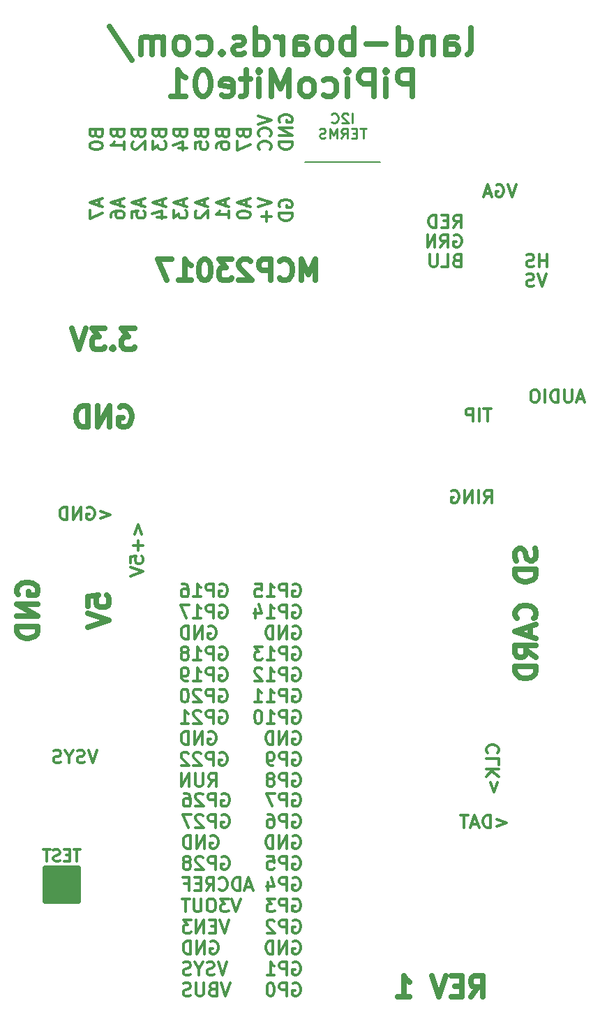
<source format=gbr>
G04 #@! TF.GenerationSoftware,KiCad,Pcbnew,(6.0.1)*
G04 #@! TF.CreationDate,2022-05-15T19:42:03-04:00*
G04 #@! TF.ProjectId,PiPicoMite01,50695069-636f-44d6-9974-6530312e6b69,2*
G04 #@! TF.SameCoordinates,Original*
G04 #@! TF.FileFunction,Legend,Bot*
G04 #@! TF.FilePolarity,Positive*
%FSLAX46Y46*%
G04 Gerber Fmt 4.6, Leading zero omitted, Abs format (unit mm)*
G04 Created by KiCad (PCBNEW (6.0.1)) date 2022-05-15 19:42:03*
%MOMM*%
%LPD*%
G01*
G04 APERTURE LIST*
%ADD10C,0.150000*%
%ADD11C,0.635000*%
%ADD12C,0.304800*%
%ADD13C,0.285750*%
%ADD14C,0.650000*%
G04 APERTURE END LIST*
D10*
X148590000Y-19050000D02*
X157734000Y-19050000D01*
D11*
X113792000Y-71470761D02*
X113671047Y-71228857D01*
X113671047Y-70866000D01*
X113792000Y-70503142D01*
X114033904Y-70261238D01*
X114275809Y-70140285D01*
X114759619Y-70019333D01*
X115122476Y-70019333D01*
X115606285Y-70140285D01*
X115848190Y-70261238D01*
X116090095Y-70503142D01*
X116211047Y-70866000D01*
X116211047Y-71107904D01*
X116090095Y-71470761D01*
X115969142Y-71591714D01*
X115122476Y-71591714D01*
X115122476Y-71107904D01*
X116211047Y-72680285D02*
X113671047Y-72680285D01*
X116211047Y-74131714D01*
X113671047Y-74131714D01*
X116211047Y-75341238D02*
X113671047Y-75341238D01*
X113671047Y-75946000D01*
X113792000Y-76308857D01*
X114033904Y-76550761D01*
X114275809Y-76671714D01*
X114759619Y-76792666D01*
X115122476Y-76792666D01*
X115606285Y-76671714D01*
X115848190Y-76550761D01*
X116090095Y-76308857D01*
X116211047Y-75946000D01*
X116211047Y-75341238D01*
D12*
X170369048Y-60356447D02*
X170898215Y-59654923D01*
X171276191Y-60356447D02*
X171276191Y-58883247D01*
X170671429Y-58883247D01*
X170520239Y-58953400D01*
X170444643Y-59023552D01*
X170369048Y-59163857D01*
X170369048Y-59374314D01*
X170444643Y-59514619D01*
X170520239Y-59584771D01*
X170671429Y-59654923D01*
X171276191Y-59654923D01*
X169688691Y-60356447D02*
X169688691Y-58883247D01*
X168932739Y-60356447D02*
X168932739Y-58883247D01*
X168025596Y-60356447D01*
X168025596Y-58883247D01*
X166438096Y-58953400D02*
X166589286Y-58883247D01*
X166816072Y-58883247D01*
X167042858Y-58953400D01*
X167194048Y-59093704D01*
X167269643Y-59234009D01*
X167345239Y-59514619D01*
X167345239Y-59725076D01*
X167269643Y-60005685D01*
X167194048Y-60145990D01*
X167042858Y-60286295D01*
X166816072Y-60356447D01*
X166664881Y-60356447D01*
X166438096Y-60286295D01*
X166362500Y-60216142D01*
X166362500Y-59725076D01*
X166664881Y-59725076D01*
X123778191Y-61406314D02*
X124987715Y-61827228D01*
X123778191Y-62248142D01*
X122190691Y-60985400D02*
X122341881Y-60915247D01*
X122568667Y-60915247D01*
X122795453Y-60985400D01*
X122946643Y-61125704D01*
X123022239Y-61266009D01*
X123097834Y-61546619D01*
X123097834Y-61757076D01*
X123022239Y-62037685D01*
X122946643Y-62177990D01*
X122795453Y-62318295D01*
X122568667Y-62388447D01*
X122417477Y-62388447D01*
X122190691Y-62318295D01*
X122115096Y-62248142D01*
X122115096Y-61757076D01*
X122417477Y-61757076D01*
X121434739Y-62388447D02*
X121434739Y-60915247D01*
X120527596Y-62388447D01*
X120527596Y-60915247D01*
X119771643Y-62388447D02*
X119771643Y-60915247D01*
X119393667Y-60915247D01*
X119166881Y-60985400D01*
X119015691Y-61125704D01*
X118940096Y-61266009D01*
X118864500Y-61546619D01*
X118864500Y-61757076D01*
X118940096Y-62037685D01*
X119015691Y-62177990D01*
X119166881Y-62318295D01*
X119393667Y-62388447D01*
X119771643Y-62388447D01*
D11*
X168728571Y-120275047D02*
X169575238Y-119065523D01*
X170180000Y-120275047D02*
X170180000Y-117735047D01*
X169212380Y-117735047D01*
X168970476Y-117856000D01*
X168849523Y-117976952D01*
X168728571Y-118218857D01*
X168728571Y-118581714D01*
X168849523Y-118823619D01*
X168970476Y-118944571D01*
X169212380Y-119065523D01*
X170180000Y-119065523D01*
X167640000Y-118944571D02*
X166793333Y-118944571D01*
X166430476Y-120275047D02*
X167640000Y-120275047D01*
X167640000Y-117735047D01*
X166430476Y-117735047D01*
X165704761Y-117735047D02*
X164858095Y-120275047D01*
X164011428Y-117735047D01*
X159899047Y-120275047D02*
X161350476Y-120275047D01*
X160624761Y-120275047D02*
X160624761Y-117735047D01*
X160866666Y-118097904D01*
X161108571Y-118339809D01*
X161350476Y-118460761D01*
X126141238Y-48768000D02*
X126383142Y-48647047D01*
X126746000Y-48647047D01*
X127108857Y-48768000D01*
X127350761Y-49009904D01*
X127471714Y-49251809D01*
X127592666Y-49735619D01*
X127592666Y-50098476D01*
X127471714Y-50582285D01*
X127350761Y-50824190D01*
X127108857Y-51066095D01*
X126746000Y-51187047D01*
X126504095Y-51187047D01*
X126141238Y-51066095D01*
X126020285Y-50945142D01*
X126020285Y-50098476D01*
X126504095Y-50098476D01*
X124931714Y-51187047D02*
X124931714Y-48647047D01*
X123480285Y-51187047D01*
X123480285Y-48647047D01*
X122270761Y-51187047D02*
X122270761Y-48647047D01*
X121666000Y-48647047D01*
X121303142Y-48768000D01*
X121061238Y-49009904D01*
X120940285Y-49251809D01*
X120819333Y-49735619D01*
X120819333Y-50098476D01*
X120940285Y-50582285D01*
X121061238Y-50824190D01*
X121303142Y-51066095D01*
X121666000Y-51187047D01*
X122270761Y-51187047D01*
D12*
X182440096Y-47743533D02*
X181684143Y-47743533D01*
X182591286Y-48164447D02*
X182062120Y-46691247D01*
X181532953Y-48164447D01*
X181003786Y-46691247D02*
X181003786Y-47883838D01*
X180928191Y-48024142D01*
X180852596Y-48094295D01*
X180701405Y-48164447D01*
X180399024Y-48164447D01*
X180247834Y-48094295D01*
X180172239Y-48024142D01*
X180096643Y-47883838D01*
X180096643Y-46691247D01*
X179340691Y-48164447D02*
X179340691Y-46691247D01*
X178962715Y-46691247D01*
X178735929Y-46761400D01*
X178584739Y-46901704D01*
X178509143Y-47042009D01*
X178433548Y-47322619D01*
X178433548Y-47533076D01*
X178509143Y-47813685D01*
X178584739Y-47953990D01*
X178735929Y-48094295D01*
X178962715Y-48164447D01*
X179340691Y-48164447D01*
X177753191Y-48164447D02*
X177753191Y-46691247D01*
X176694858Y-46691247D02*
X176392477Y-46691247D01*
X176241286Y-46761400D01*
X176090096Y-46901704D01*
X176014500Y-47182314D01*
X176014500Y-47673380D01*
X176090096Y-47953990D01*
X176241286Y-48094295D01*
X176392477Y-48164447D01*
X176694858Y-48164447D01*
X176846048Y-48094295D01*
X176997239Y-47953990D01*
X177072834Y-47673380D01*
X177072834Y-47182314D01*
X176997239Y-46901704D01*
X176846048Y-46761400D01*
X176694858Y-46691247D01*
X147182356Y-95654813D02*
X147333546Y-95579217D01*
X147560332Y-95579217D01*
X147787118Y-95654813D01*
X147938308Y-95806003D01*
X148013903Y-95957193D01*
X148089499Y-96259574D01*
X148089499Y-96486360D01*
X148013903Y-96788741D01*
X147938308Y-96939932D01*
X147787118Y-97091122D01*
X147560332Y-97166717D01*
X147409141Y-97166717D01*
X147182356Y-97091122D01*
X147106760Y-97015527D01*
X147106760Y-96486360D01*
X147409141Y-96486360D01*
X146426403Y-97166717D02*
X146426403Y-95579217D01*
X145821641Y-95579217D01*
X145670451Y-95654813D01*
X145594856Y-95730408D01*
X145519260Y-95881598D01*
X145519260Y-96108384D01*
X145594856Y-96259574D01*
X145670451Y-96335170D01*
X145821641Y-96410765D01*
X146426403Y-96410765D01*
X144990094Y-95579217D02*
X143931760Y-95579217D01*
X144612118Y-97166717D01*
X147182356Y-98210688D02*
X147333546Y-98135092D01*
X147560332Y-98135092D01*
X147787118Y-98210688D01*
X147938308Y-98361878D01*
X148013903Y-98513068D01*
X148089499Y-98815449D01*
X148089499Y-99042235D01*
X148013903Y-99344616D01*
X147938308Y-99495807D01*
X147787118Y-99646997D01*
X147560332Y-99722592D01*
X147409141Y-99722592D01*
X147182356Y-99646997D01*
X147106760Y-99571402D01*
X147106760Y-99042235D01*
X147409141Y-99042235D01*
X146426403Y-99722592D02*
X146426403Y-98135092D01*
X145821641Y-98135092D01*
X145670451Y-98210688D01*
X145594856Y-98286283D01*
X145519260Y-98437473D01*
X145519260Y-98664259D01*
X145594856Y-98815449D01*
X145670451Y-98891045D01*
X145821641Y-98966640D01*
X146426403Y-98966640D01*
X144158546Y-98135092D02*
X144460927Y-98135092D01*
X144612118Y-98210688D01*
X144687713Y-98286283D01*
X144838903Y-98513068D01*
X144914499Y-98815449D01*
X144914499Y-99420211D01*
X144838903Y-99571402D01*
X144763308Y-99646997D01*
X144612118Y-99722592D01*
X144309737Y-99722592D01*
X144158546Y-99646997D01*
X144082951Y-99571402D01*
X144007356Y-99420211D01*
X144007356Y-99042235D01*
X144082951Y-98891045D01*
X144158546Y-98815449D01*
X144309737Y-98739854D01*
X144612118Y-98739854D01*
X144763308Y-98815449D01*
X144838903Y-98891045D01*
X144914499Y-99042235D01*
X147182356Y-100766563D02*
X147333546Y-100690967D01*
X147560332Y-100690967D01*
X147787118Y-100766563D01*
X147938308Y-100917753D01*
X148013903Y-101068943D01*
X148089499Y-101371324D01*
X148089499Y-101598110D01*
X148013903Y-101900491D01*
X147938308Y-102051682D01*
X147787118Y-102202872D01*
X147560332Y-102278467D01*
X147409141Y-102278467D01*
X147182356Y-102202872D01*
X147106760Y-102127277D01*
X147106760Y-101598110D01*
X147409141Y-101598110D01*
X146426403Y-102278467D02*
X146426403Y-100690967D01*
X145519260Y-102278467D01*
X145519260Y-100690967D01*
X144763308Y-102278467D02*
X144763308Y-100690967D01*
X144385332Y-100690967D01*
X144158546Y-100766563D01*
X144007356Y-100917753D01*
X143931760Y-101068943D01*
X143856165Y-101371324D01*
X143856165Y-101598110D01*
X143931760Y-101900491D01*
X144007356Y-102051682D01*
X144158546Y-102202872D01*
X144385332Y-102278467D01*
X144763308Y-102278467D01*
X147182356Y-103322438D02*
X147333546Y-103246842D01*
X147560332Y-103246842D01*
X147787118Y-103322438D01*
X147938308Y-103473628D01*
X148013903Y-103624818D01*
X148089499Y-103927199D01*
X148089499Y-104153985D01*
X148013903Y-104456366D01*
X147938308Y-104607557D01*
X147787118Y-104758747D01*
X147560332Y-104834342D01*
X147409141Y-104834342D01*
X147182356Y-104758747D01*
X147106760Y-104683152D01*
X147106760Y-104153985D01*
X147409141Y-104153985D01*
X146426403Y-104834342D02*
X146426403Y-103246842D01*
X145821641Y-103246842D01*
X145670451Y-103322438D01*
X145594856Y-103398033D01*
X145519260Y-103549223D01*
X145519260Y-103776009D01*
X145594856Y-103927199D01*
X145670451Y-104002795D01*
X145821641Y-104078390D01*
X146426403Y-104078390D01*
X144082951Y-103246842D02*
X144838903Y-103246842D01*
X144914499Y-104002795D01*
X144838903Y-103927199D01*
X144687713Y-103851604D01*
X144309737Y-103851604D01*
X144158546Y-103927199D01*
X144082951Y-104002795D01*
X144007356Y-104153985D01*
X144007356Y-104531961D01*
X144082951Y-104683152D01*
X144158546Y-104758747D01*
X144309737Y-104834342D01*
X144687713Y-104834342D01*
X144838903Y-104758747D01*
X144914499Y-104683152D01*
X147182356Y-105878313D02*
X147333546Y-105802717D01*
X147560332Y-105802717D01*
X147787118Y-105878313D01*
X147938308Y-106029503D01*
X148013903Y-106180693D01*
X148089499Y-106483074D01*
X148089499Y-106709860D01*
X148013903Y-107012241D01*
X147938308Y-107163432D01*
X147787118Y-107314622D01*
X147560332Y-107390217D01*
X147409141Y-107390217D01*
X147182356Y-107314622D01*
X147106760Y-107239027D01*
X147106760Y-106709860D01*
X147409141Y-106709860D01*
X146426403Y-107390217D02*
X146426403Y-105802717D01*
X145821641Y-105802717D01*
X145670451Y-105878313D01*
X145594856Y-105953908D01*
X145519260Y-106105098D01*
X145519260Y-106331884D01*
X145594856Y-106483074D01*
X145670451Y-106558670D01*
X145821641Y-106634265D01*
X146426403Y-106634265D01*
X144158546Y-106331884D02*
X144158546Y-107390217D01*
X144536522Y-105727122D02*
X144914499Y-106861051D01*
X143931760Y-106861051D01*
X147182356Y-108434188D02*
X147333546Y-108358592D01*
X147560332Y-108358592D01*
X147787118Y-108434188D01*
X147938308Y-108585378D01*
X148013903Y-108736568D01*
X148089499Y-109038949D01*
X148089499Y-109265735D01*
X148013903Y-109568116D01*
X147938308Y-109719307D01*
X147787118Y-109870497D01*
X147560332Y-109946092D01*
X147409141Y-109946092D01*
X147182356Y-109870497D01*
X147106760Y-109794902D01*
X147106760Y-109265735D01*
X147409141Y-109265735D01*
X146426403Y-109946092D02*
X146426403Y-108358592D01*
X145821641Y-108358592D01*
X145670451Y-108434188D01*
X145594856Y-108509783D01*
X145519260Y-108660973D01*
X145519260Y-108887759D01*
X145594856Y-109038949D01*
X145670451Y-109114545D01*
X145821641Y-109190140D01*
X146426403Y-109190140D01*
X144990094Y-108358592D02*
X144007356Y-108358592D01*
X144536522Y-108963354D01*
X144309737Y-108963354D01*
X144158546Y-109038949D01*
X144082951Y-109114545D01*
X144007356Y-109265735D01*
X144007356Y-109643711D01*
X144082951Y-109794902D01*
X144158546Y-109870497D01*
X144309737Y-109946092D01*
X144763308Y-109946092D01*
X144914499Y-109870497D01*
X144990094Y-109794902D01*
X147182356Y-110990063D02*
X147333546Y-110914467D01*
X147560332Y-110914467D01*
X147787118Y-110990063D01*
X147938308Y-111141253D01*
X148013903Y-111292443D01*
X148089499Y-111594824D01*
X148089499Y-111821610D01*
X148013903Y-112123991D01*
X147938308Y-112275182D01*
X147787118Y-112426372D01*
X147560332Y-112501967D01*
X147409141Y-112501967D01*
X147182356Y-112426372D01*
X147106760Y-112350777D01*
X147106760Y-111821610D01*
X147409141Y-111821610D01*
X146426403Y-112501967D02*
X146426403Y-110914467D01*
X145821641Y-110914467D01*
X145670451Y-110990063D01*
X145594856Y-111065658D01*
X145519260Y-111216848D01*
X145519260Y-111443634D01*
X145594856Y-111594824D01*
X145670451Y-111670420D01*
X145821641Y-111746015D01*
X146426403Y-111746015D01*
X144914499Y-111065658D02*
X144838903Y-110990063D01*
X144687713Y-110914467D01*
X144309737Y-110914467D01*
X144158546Y-110990063D01*
X144082951Y-111065658D01*
X144007356Y-111216848D01*
X144007356Y-111368039D01*
X144082951Y-111594824D01*
X144990094Y-112501967D01*
X144007356Y-112501967D01*
X147182356Y-113545938D02*
X147333546Y-113470342D01*
X147560332Y-113470342D01*
X147787118Y-113545938D01*
X147938308Y-113697128D01*
X148013903Y-113848318D01*
X148089499Y-114150699D01*
X148089499Y-114377485D01*
X148013903Y-114679866D01*
X147938308Y-114831057D01*
X147787118Y-114982247D01*
X147560332Y-115057842D01*
X147409141Y-115057842D01*
X147182356Y-114982247D01*
X147106760Y-114906652D01*
X147106760Y-114377485D01*
X147409141Y-114377485D01*
X146426403Y-115057842D02*
X146426403Y-113470342D01*
X145519260Y-115057842D01*
X145519260Y-113470342D01*
X144763308Y-115057842D02*
X144763308Y-113470342D01*
X144385332Y-113470342D01*
X144158546Y-113545938D01*
X144007356Y-113697128D01*
X143931760Y-113848318D01*
X143856165Y-114150699D01*
X143856165Y-114377485D01*
X143931760Y-114679866D01*
X144007356Y-114831057D01*
X144158546Y-114982247D01*
X144385332Y-115057842D01*
X144763308Y-115057842D01*
X147182356Y-116101813D02*
X147333546Y-116026217D01*
X147560332Y-116026217D01*
X147787118Y-116101813D01*
X147938308Y-116253003D01*
X148013903Y-116404193D01*
X148089499Y-116706574D01*
X148089499Y-116933360D01*
X148013903Y-117235741D01*
X147938308Y-117386932D01*
X147787118Y-117538122D01*
X147560332Y-117613717D01*
X147409141Y-117613717D01*
X147182356Y-117538122D01*
X147106760Y-117462527D01*
X147106760Y-116933360D01*
X147409141Y-116933360D01*
X146426403Y-117613717D02*
X146426403Y-116026217D01*
X145821641Y-116026217D01*
X145670451Y-116101813D01*
X145594856Y-116177408D01*
X145519260Y-116328598D01*
X145519260Y-116555384D01*
X145594856Y-116706574D01*
X145670451Y-116782170D01*
X145821641Y-116857765D01*
X146426403Y-116857765D01*
X144007356Y-117613717D02*
X144914499Y-117613717D01*
X144460927Y-117613717D02*
X144460927Y-116026217D01*
X144612118Y-116253003D01*
X144763308Y-116404193D01*
X144914499Y-116479789D01*
X147182356Y-118657688D02*
X147333546Y-118582092D01*
X147560332Y-118582092D01*
X147787118Y-118657688D01*
X147938308Y-118808878D01*
X148013903Y-118960068D01*
X148089499Y-119262449D01*
X148089499Y-119489235D01*
X148013903Y-119791616D01*
X147938308Y-119942807D01*
X147787118Y-120093997D01*
X147560332Y-120169592D01*
X147409141Y-120169592D01*
X147182356Y-120093997D01*
X147106760Y-120018402D01*
X147106760Y-119489235D01*
X147409141Y-119489235D01*
X146426403Y-120169592D02*
X146426403Y-118582092D01*
X145821641Y-118582092D01*
X145670451Y-118657688D01*
X145594856Y-118733283D01*
X145519260Y-118884473D01*
X145519260Y-119111259D01*
X145594856Y-119262449D01*
X145670451Y-119338045D01*
X145821641Y-119413640D01*
X146426403Y-119413640D01*
X144536522Y-118582092D02*
X144385332Y-118582092D01*
X144234141Y-118657688D01*
X144158546Y-118733283D01*
X144082951Y-118884473D01*
X144007356Y-119186854D01*
X144007356Y-119564830D01*
X144082951Y-119867211D01*
X144158546Y-120018402D01*
X144234141Y-120093997D01*
X144385332Y-120169592D01*
X144536522Y-120169592D01*
X144687713Y-120093997D01*
X144763308Y-120018402D01*
X144838903Y-119867211D01*
X144914499Y-119564830D01*
X144914499Y-119186854D01*
X144838903Y-118884473D01*
X144763308Y-118733283D01*
X144687713Y-118657688D01*
X144536522Y-118582092D01*
D11*
X168308261Y-5992434D02*
X168610642Y-5841244D01*
X168761833Y-5538863D01*
X168761833Y-2817434D01*
X165738023Y-5992434D02*
X165738023Y-4329339D01*
X165889214Y-4026958D01*
X166191595Y-3875767D01*
X166796357Y-3875767D01*
X167098738Y-4026958D01*
X165738023Y-5841244D02*
X166040404Y-5992434D01*
X166796357Y-5992434D01*
X167098738Y-5841244D01*
X167249928Y-5538863D01*
X167249928Y-5236482D01*
X167098738Y-4934101D01*
X166796357Y-4782910D01*
X166040404Y-4782910D01*
X165738023Y-4631720D01*
X164226119Y-3875767D02*
X164226119Y-5992434D01*
X164226119Y-4178148D02*
X164074928Y-4026958D01*
X163772547Y-3875767D01*
X163318976Y-3875767D01*
X163016595Y-4026958D01*
X162865404Y-4329339D01*
X162865404Y-5992434D01*
X159992785Y-5992434D02*
X159992785Y-2817434D01*
X159992785Y-5841244D02*
X160295166Y-5992434D01*
X160899928Y-5992434D01*
X161202309Y-5841244D01*
X161353500Y-5690053D01*
X161504690Y-5387672D01*
X161504690Y-4480529D01*
X161353500Y-4178148D01*
X161202309Y-4026958D01*
X160899928Y-3875767D01*
X160295166Y-3875767D01*
X159992785Y-4026958D01*
X158480880Y-4782910D02*
X156061833Y-4782910D01*
X154549928Y-5992434D02*
X154549928Y-2817434D01*
X154549928Y-4026958D02*
X154247547Y-3875767D01*
X153642785Y-3875767D01*
X153340404Y-4026958D01*
X153189214Y-4178148D01*
X153038023Y-4480529D01*
X153038023Y-5387672D01*
X153189214Y-5690053D01*
X153340404Y-5841244D01*
X153642785Y-5992434D01*
X154247547Y-5992434D01*
X154549928Y-5841244D01*
X151223738Y-5992434D02*
X151526119Y-5841244D01*
X151677309Y-5690053D01*
X151828500Y-5387672D01*
X151828500Y-4480529D01*
X151677309Y-4178148D01*
X151526119Y-4026958D01*
X151223738Y-3875767D01*
X150770166Y-3875767D01*
X150467785Y-4026958D01*
X150316595Y-4178148D01*
X150165404Y-4480529D01*
X150165404Y-5387672D01*
X150316595Y-5690053D01*
X150467785Y-5841244D01*
X150770166Y-5992434D01*
X151223738Y-5992434D01*
X147443976Y-5992434D02*
X147443976Y-4329339D01*
X147595166Y-4026958D01*
X147897547Y-3875767D01*
X148502309Y-3875767D01*
X148804690Y-4026958D01*
X147443976Y-5841244D02*
X147746357Y-5992434D01*
X148502309Y-5992434D01*
X148804690Y-5841244D01*
X148955880Y-5538863D01*
X148955880Y-5236482D01*
X148804690Y-4934101D01*
X148502309Y-4782910D01*
X147746357Y-4782910D01*
X147443976Y-4631720D01*
X145932071Y-5992434D02*
X145932071Y-3875767D01*
X145932071Y-4480529D02*
X145780880Y-4178148D01*
X145629690Y-4026958D01*
X145327309Y-3875767D01*
X145024928Y-3875767D01*
X142605880Y-5992434D02*
X142605880Y-2817434D01*
X142605880Y-5841244D02*
X142908261Y-5992434D01*
X143513023Y-5992434D01*
X143815404Y-5841244D01*
X143966595Y-5690053D01*
X144117785Y-5387672D01*
X144117785Y-4480529D01*
X143966595Y-4178148D01*
X143815404Y-4026958D01*
X143513023Y-3875767D01*
X142908261Y-3875767D01*
X142605880Y-4026958D01*
X141245166Y-5841244D02*
X140942785Y-5992434D01*
X140338023Y-5992434D01*
X140035642Y-5841244D01*
X139884452Y-5538863D01*
X139884452Y-5387672D01*
X140035642Y-5085291D01*
X140338023Y-4934101D01*
X140791595Y-4934101D01*
X141093976Y-4782910D01*
X141245166Y-4480529D01*
X141245166Y-4329339D01*
X141093976Y-4026958D01*
X140791595Y-3875767D01*
X140338023Y-3875767D01*
X140035642Y-4026958D01*
X138523738Y-5690053D02*
X138372547Y-5841244D01*
X138523738Y-5992434D01*
X138674928Y-5841244D01*
X138523738Y-5690053D01*
X138523738Y-5992434D01*
X135651119Y-5841244D02*
X135953500Y-5992434D01*
X136558261Y-5992434D01*
X136860642Y-5841244D01*
X137011833Y-5690053D01*
X137163023Y-5387672D01*
X137163023Y-4480529D01*
X137011833Y-4178148D01*
X136860642Y-4026958D01*
X136558261Y-3875767D01*
X135953500Y-3875767D01*
X135651119Y-4026958D01*
X133836833Y-5992434D02*
X134139214Y-5841244D01*
X134290404Y-5690053D01*
X134441595Y-5387672D01*
X134441595Y-4480529D01*
X134290404Y-4178148D01*
X134139214Y-4026958D01*
X133836833Y-3875767D01*
X133383261Y-3875767D01*
X133080880Y-4026958D01*
X132929690Y-4178148D01*
X132778500Y-4480529D01*
X132778500Y-5387672D01*
X132929690Y-5690053D01*
X133080880Y-5841244D01*
X133383261Y-5992434D01*
X133836833Y-5992434D01*
X131417785Y-5992434D02*
X131417785Y-3875767D01*
X131417785Y-4178148D02*
X131266595Y-4026958D01*
X130964214Y-3875767D01*
X130510642Y-3875767D01*
X130208261Y-4026958D01*
X130057071Y-4329339D01*
X130057071Y-5992434D01*
X130057071Y-4329339D02*
X129905880Y-4026958D01*
X129603500Y-3875767D01*
X129149928Y-3875767D01*
X128847547Y-4026958D01*
X128696357Y-4329339D01*
X128696357Y-5992434D01*
X124916595Y-2666244D02*
X127638023Y-6748386D01*
X161655880Y-11104184D02*
X161655880Y-7929184D01*
X160446357Y-7929184D01*
X160143976Y-8080375D01*
X159992785Y-8231565D01*
X159841595Y-8533946D01*
X159841595Y-8987517D01*
X159992785Y-9289898D01*
X160143976Y-9441089D01*
X160446357Y-9592279D01*
X161655880Y-9592279D01*
X158480880Y-11104184D02*
X158480880Y-8987517D01*
X158480880Y-7929184D02*
X158632071Y-8080375D01*
X158480880Y-8231565D01*
X158329690Y-8080375D01*
X158480880Y-7929184D01*
X158480880Y-8231565D01*
X156968976Y-11104184D02*
X156968976Y-7929184D01*
X155759452Y-7929184D01*
X155457071Y-8080375D01*
X155305880Y-8231565D01*
X155154690Y-8533946D01*
X155154690Y-8987517D01*
X155305880Y-9289898D01*
X155457071Y-9441089D01*
X155759452Y-9592279D01*
X156968976Y-9592279D01*
X153793976Y-11104184D02*
X153793976Y-8987517D01*
X153793976Y-7929184D02*
X153945166Y-8080375D01*
X153793976Y-8231565D01*
X153642785Y-8080375D01*
X153793976Y-7929184D01*
X153793976Y-8231565D01*
X150921357Y-10952994D02*
X151223738Y-11104184D01*
X151828500Y-11104184D01*
X152130880Y-10952994D01*
X152282071Y-10801803D01*
X152433261Y-10499422D01*
X152433261Y-9592279D01*
X152282071Y-9289898D01*
X152130880Y-9138708D01*
X151828500Y-8987517D01*
X151223738Y-8987517D01*
X150921357Y-9138708D01*
X149107071Y-11104184D02*
X149409452Y-10952994D01*
X149560642Y-10801803D01*
X149711833Y-10499422D01*
X149711833Y-9592279D01*
X149560642Y-9289898D01*
X149409452Y-9138708D01*
X149107071Y-8987517D01*
X148653500Y-8987517D01*
X148351119Y-9138708D01*
X148199928Y-9289898D01*
X148048738Y-9592279D01*
X148048738Y-10499422D01*
X148199928Y-10801803D01*
X148351119Y-10952994D01*
X148653500Y-11104184D01*
X149107071Y-11104184D01*
X146688023Y-11104184D02*
X146688023Y-7929184D01*
X145629690Y-10197041D01*
X144571357Y-7929184D01*
X144571357Y-11104184D01*
X143059452Y-11104184D02*
X143059452Y-8987517D01*
X143059452Y-7929184D02*
X143210642Y-8080375D01*
X143059452Y-8231565D01*
X142908261Y-8080375D01*
X143059452Y-7929184D01*
X143059452Y-8231565D01*
X142001119Y-8987517D02*
X140791595Y-8987517D01*
X141547547Y-7929184D02*
X141547547Y-10650613D01*
X141396357Y-10952994D01*
X141093976Y-11104184D01*
X140791595Y-11104184D01*
X138523738Y-10952994D02*
X138826119Y-11104184D01*
X139430880Y-11104184D01*
X139733261Y-10952994D01*
X139884452Y-10650613D01*
X139884452Y-9441089D01*
X139733261Y-9138708D01*
X139430880Y-8987517D01*
X138826119Y-8987517D01*
X138523738Y-9138708D01*
X138372547Y-9441089D01*
X138372547Y-9743470D01*
X139884452Y-10045851D01*
X136407071Y-7929184D02*
X136104690Y-7929184D01*
X135802309Y-8080375D01*
X135651119Y-8231565D01*
X135499928Y-8533946D01*
X135348738Y-9138708D01*
X135348738Y-9894660D01*
X135499928Y-10499422D01*
X135651119Y-10801803D01*
X135802309Y-10952994D01*
X136104690Y-11104184D01*
X136407071Y-11104184D01*
X136709452Y-10952994D01*
X136860642Y-10801803D01*
X137011833Y-10499422D01*
X137163023Y-9894660D01*
X137163023Y-9138708D01*
X137011833Y-8533946D01*
X136860642Y-8231565D01*
X136709452Y-8080375D01*
X136407071Y-7929184D01*
X132324928Y-11104184D02*
X134139214Y-11104184D01*
X133232071Y-11104184D02*
X133232071Y-7929184D01*
X133534452Y-8382755D01*
X133836833Y-8685136D01*
X134139214Y-8836327D01*
D12*
X138283405Y-70254813D02*
X138434596Y-70179217D01*
X138661381Y-70179217D01*
X138888167Y-70254813D01*
X139039358Y-70406003D01*
X139114953Y-70557193D01*
X139190548Y-70859574D01*
X139190548Y-71086360D01*
X139114953Y-71388741D01*
X139039358Y-71539932D01*
X138888167Y-71691122D01*
X138661381Y-71766717D01*
X138510191Y-71766717D01*
X138283405Y-71691122D01*
X138207810Y-71615527D01*
X138207810Y-71086360D01*
X138510191Y-71086360D01*
X137527453Y-71766717D02*
X137527453Y-70179217D01*
X136922691Y-70179217D01*
X136771500Y-70254813D01*
X136695905Y-70330408D01*
X136620310Y-70481598D01*
X136620310Y-70708384D01*
X136695905Y-70859574D01*
X136771500Y-70935170D01*
X136922691Y-71010765D01*
X137527453Y-71010765D01*
X135108405Y-71766717D02*
X136015548Y-71766717D01*
X135561977Y-71766717D02*
X135561977Y-70179217D01*
X135713167Y-70406003D01*
X135864358Y-70557193D01*
X136015548Y-70632789D01*
X133747691Y-70179217D02*
X134050072Y-70179217D01*
X134201262Y-70254813D01*
X134276858Y-70330408D01*
X134428048Y-70557193D01*
X134503643Y-70859574D01*
X134503643Y-71464336D01*
X134428048Y-71615527D01*
X134352453Y-71691122D01*
X134201262Y-71766717D01*
X133898881Y-71766717D01*
X133747691Y-71691122D01*
X133672096Y-71615527D01*
X133596500Y-71464336D01*
X133596500Y-71086360D01*
X133672096Y-70935170D01*
X133747691Y-70859574D01*
X133898881Y-70783979D01*
X134201262Y-70783979D01*
X134352453Y-70859574D01*
X134428048Y-70935170D01*
X134503643Y-71086360D01*
X138283405Y-72810688D02*
X138434596Y-72735092D01*
X138661381Y-72735092D01*
X138888167Y-72810688D01*
X139039358Y-72961878D01*
X139114953Y-73113068D01*
X139190548Y-73415449D01*
X139190548Y-73642235D01*
X139114953Y-73944616D01*
X139039358Y-74095807D01*
X138888167Y-74246997D01*
X138661381Y-74322592D01*
X138510191Y-74322592D01*
X138283405Y-74246997D01*
X138207810Y-74171402D01*
X138207810Y-73642235D01*
X138510191Y-73642235D01*
X137527453Y-74322592D02*
X137527453Y-72735092D01*
X136922691Y-72735092D01*
X136771500Y-72810688D01*
X136695905Y-72886283D01*
X136620310Y-73037473D01*
X136620310Y-73264259D01*
X136695905Y-73415449D01*
X136771500Y-73491045D01*
X136922691Y-73566640D01*
X137527453Y-73566640D01*
X135108405Y-74322592D02*
X136015548Y-74322592D01*
X135561977Y-74322592D02*
X135561977Y-72735092D01*
X135713167Y-72961878D01*
X135864358Y-73113068D01*
X136015548Y-73188664D01*
X134579239Y-72735092D02*
X133520905Y-72735092D01*
X134201262Y-74322592D01*
X136922691Y-75366563D02*
X137073881Y-75290967D01*
X137300667Y-75290967D01*
X137527453Y-75366563D01*
X137678643Y-75517753D01*
X137754239Y-75668943D01*
X137829834Y-75971324D01*
X137829834Y-76198110D01*
X137754239Y-76500491D01*
X137678643Y-76651682D01*
X137527453Y-76802872D01*
X137300667Y-76878467D01*
X137149477Y-76878467D01*
X136922691Y-76802872D01*
X136847096Y-76727277D01*
X136847096Y-76198110D01*
X137149477Y-76198110D01*
X136166739Y-76878467D02*
X136166739Y-75290967D01*
X135259596Y-76878467D01*
X135259596Y-75290967D01*
X134503643Y-76878467D02*
X134503643Y-75290967D01*
X134125667Y-75290967D01*
X133898881Y-75366563D01*
X133747691Y-75517753D01*
X133672096Y-75668943D01*
X133596500Y-75971324D01*
X133596500Y-76198110D01*
X133672096Y-76500491D01*
X133747691Y-76651682D01*
X133898881Y-76802872D01*
X134125667Y-76878467D01*
X134503643Y-76878467D01*
X138283405Y-77922438D02*
X138434596Y-77846842D01*
X138661381Y-77846842D01*
X138888167Y-77922438D01*
X139039358Y-78073628D01*
X139114953Y-78224818D01*
X139190548Y-78527199D01*
X139190548Y-78753985D01*
X139114953Y-79056366D01*
X139039358Y-79207557D01*
X138888167Y-79358747D01*
X138661381Y-79434342D01*
X138510191Y-79434342D01*
X138283405Y-79358747D01*
X138207810Y-79283152D01*
X138207810Y-78753985D01*
X138510191Y-78753985D01*
X137527453Y-79434342D02*
X137527453Y-77846842D01*
X136922691Y-77846842D01*
X136771500Y-77922438D01*
X136695905Y-77998033D01*
X136620310Y-78149223D01*
X136620310Y-78376009D01*
X136695905Y-78527199D01*
X136771500Y-78602795D01*
X136922691Y-78678390D01*
X137527453Y-78678390D01*
X135108405Y-79434342D02*
X136015548Y-79434342D01*
X135561977Y-79434342D02*
X135561977Y-77846842D01*
X135713167Y-78073628D01*
X135864358Y-78224818D01*
X136015548Y-78300414D01*
X134201262Y-78527199D02*
X134352453Y-78451604D01*
X134428048Y-78376009D01*
X134503643Y-78224818D01*
X134503643Y-78149223D01*
X134428048Y-77998033D01*
X134352453Y-77922438D01*
X134201262Y-77846842D01*
X133898881Y-77846842D01*
X133747691Y-77922438D01*
X133672096Y-77998033D01*
X133596500Y-78149223D01*
X133596500Y-78224818D01*
X133672096Y-78376009D01*
X133747691Y-78451604D01*
X133898881Y-78527199D01*
X134201262Y-78527199D01*
X134352453Y-78602795D01*
X134428048Y-78678390D01*
X134503643Y-78829580D01*
X134503643Y-79131961D01*
X134428048Y-79283152D01*
X134352453Y-79358747D01*
X134201262Y-79434342D01*
X133898881Y-79434342D01*
X133747691Y-79358747D01*
X133672096Y-79283152D01*
X133596500Y-79131961D01*
X133596500Y-78829580D01*
X133672096Y-78678390D01*
X133747691Y-78602795D01*
X133898881Y-78527199D01*
X138283405Y-80478313D02*
X138434596Y-80402717D01*
X138661381Y-80402717D01*
X138888167Y-80478313D01*
X139039358Y-80629503D01*
X139114953Y-80780693D01*
X139190548Y-81083074D01*
X139190548Y-81309860D01*
X139114953Y-81612241D01*
X139039358Y-81763432D01*
X138888167Y-81914622D01*
X138661381Y-81990217D01*
X138510191Y-81990217D01*
X138283405Y-81914622D01*
X138207810Y-81839027D01*
X138207810Y-81309860D01*
X138510191Y-81309860D01*
X137527453Y-81990217D02*
X137527453Y-80402717D01*
X136922691Y-80402717D01*
X136771500Y-80478313D01*
X136695905Y-80553908D01*
X136620310Y-80705098D01*
X136620310Y-80931884D01*
X136695905Y-81083074D01*
X136771500Y-81158670D01*
X136922691Y-81234265D01*
X137527453Y-81234265D01*
X135108405Y-81990217D02*
X136015548Y-81990217D01*
X135561977Y-81990217D02*
X135561977Y-80402717D01*
X135713167Y-80629503D01*
X135864358Y-80780693D01*
X136015548Y-80856289D01*
X134352453Y-81990217D02*
X134050072Y-81990217D01*
X133898881Y-81914622D01*
X133823286Y-81839027D01*
X133672096Y-81612241D01*
X133596500Y-81309860D01*
X133596500Y-80705098D01*
X133672096Y-80553908D01*
X133747691Y-80478313D01*
X133898881Y-80402717D01*
X134201262Y-80402717D01*
X134352453Y-80478313D01*
X134428048Y-80553908D01*
X134503643Y-80705098D01*
X134503643Y-81083074D01*
X134428048Y-81234265D01*
X134352453Y-81309860D01*
X134201262Y-81385455D01*
X133898881Y-81385455D01*
X133747691Y-81309860D01*
X133672096Y-81234265D01*
X133596500Y-81083074D01*
X138283405Y-83034188D02*
X138434596Y-82958592D01*
X138661381Y-82958592D01*
X138888167Y-83034188D01*
X139039358Y-83185378D01*
X139114953Y-83336568D01*
X139190548Y-83638949D01*
X139190548Y-83865735D01*
X139114953Y-84168116D01*
X139039358Y-84319307D01*
X138888167Y-84470497D01*
X138661381Y-84546092D01*
X138510191Y-84546092D01*
X138283405Y-84470497D01*
X138207810Y-84394902D01*
X138207810Y-83865735D01*
X138510191Y-83865735D01*
X137527453Y-84546092D02*
X137527453Y-82958592D01*
X136922691Y-82958592D01*
X136771500Y-83034188D01*
X136695905Y-83109783D01*
X136620310Y-83260973D01*
X136620310Y-83487759D01*
X136695905Y-83638949D01*
X136771500Y-83714545D01*
X136922691Y-83790140D01*
X137527453Y-83790140D01*
X136015548Y-83109783D02*
X135939953Y-83034188D01*
X135788762Y-82958592D01*
X135410786Y-82958592D01*
X135259596Y-83034188D01*
X135184000Y-83109783D01*
X135108405Y-83260973D01*
X135108405Y-83412164D01*
X135184000Y-83638949D01*
X136091143Y-84546092D01*
X135108405Y-84546092D01*
X134125667Y-82958592D02*
X133974477Y-82958592D01*
X133823286Y-83034188D01*
X133747691Y-83109783D01*
X133672096Y-83260973D01*
X133596500Y-83563354D01*
X133596500Y-83941330D01*
X133672096Y-84243711D01*
X133747691Y-84394902D01*
X133823286Y-84470497D01*
X133974477Y-84546092D01*
X134125667Y-84546092D01*
X134276858Y-84470497D01*
X134352453Y-84394902D01*
X134428048Y-84243711D01*
X134503643Y-83941330D01*
X134503643Y-83563354D01*
X134428048Y-83260973D01*
X134352453Y-83109783D01*
X134276858Y-83034188D01*
X134125667Y-82958592D01*
X138283405Y-85590063D02*
X138434596Y-85514467D01*
X138661381Y-85514467D01*
X138888167Y-85590063D01*
X139039358Y-85741253D01*
X139114953Y-85892443D01*
X139190548Y-86194824D01*
X139190548Y-86421610D01*
X139114953Y-86723991D01*
X139039358Y-86875182D01*
X138888167Y-87026372D01*
X138661381Y-87101967D01*
X138510191Y-87101967D01*
X138283405Y-87026372D01*
X138207810Y-86950777D01*
X138207810Y-86421610D01*
X138510191Y-86421610D01*
X137527453Y-87101967D02*
X137527453Y-85514467D01*
X136922691Y-85514467D01*
X136771500Y-85590063D01*
X136695905Y-85665658D01*
X136620310Y-85816848D01*
X136620310Y-86043634D01*
X136695905Y-86194824D01*
X136771500Y-86270420D01*
X136922691Y-86346015D01*
X137527453Y-86346015D01*
X136015548Y-85665658D02*
X135939953Y-85590063D01*
X135788762Y-85514467D01*
X135410786Y-85514467D01*
X135259596Y-85590063D01*
X135184000Y-85665658D01*
X135108405Y-85816848D01*
X135108405Y-85968039D01*
X135184000Y-86194824D01*
X136091143Y-87101967D01*
X135108405Y-87101967D01*
X133596500Y-87101967D02*
X134503643Y-87101967D01*
X134050072Y-87101967D02*
X134050072Y-85514467D01*
X134201262Y-85741253D01*
X134352453Y-85892443D01*
X134503643Y-85968039D01*
X136922691Y-88145938D02*
X137073881Y-88070342D01*
X137300667Y-88070342D01*
X137527453Y-88145938D01*
X137678643Y-88297128D01*
X137754239Y-88448318D01*
X137829834Y-88750699D01*
X137829834Y-88977485D01*
X137754239Y-89279866D01*
X137678643Y-89431057D01*
X137527453Y-89582247D01*
X137300667Y-89657842D01*
X137149477Y-89657842D01*
X136922691Y-89582247D01*
X136847096Y-89506652D01*
X136847096Y-88977485D01*
X137149477Y-88977485D01*
X136166739Y-89657842D02*
X136166739Y-88070342D01*
X135259596Y-89657842D01*
X135259596Y-88070342D01*
X134503643Y-89657842D02*
X134503643Y-88070342D01*
X134125667Y-88070342D01*
X133898881Y-88145938D01*
X133747691Y-88297128D01*
X133672096Y-88448318D01*
X133596500Y-88750699D01*
X133596500Y-88977485D01*
X133672096Y-89279866D01*
X133747691Y-89431057D01*
X133898881Y-89582247D01*
X134125667Y-89657842D01*
X134503643Y-89657842D01*
X138283405Y-90701813D02*
X138434596Y-90626217D01*
X138661381Y-90626217D01*
X138888167Y-90701813D01*
X139039358Y-90853003D01*
X139114953Y-91004193D01*
X139190548Y-91306574D01*
X139190548Y-91533360D01*
X139114953Y-91835741D01*
X139039358Y-91986932D01*
X138888167Y-92138122D01*
X138661381Y-92213717D01*
X138510191Y-92213717D01*
X138283405Y-92138122D01*
X138207810Y-92062527D01*
X138207810Y-91533360D01*
X138510191Y-91533360D01*
X137527453Y-92213717D02*
X137527453Y-90626217D01*
X136922691Y-90626217D01*
X136771500Y-90701813D01*
X136695905Y-90777408D01*
X136620310Y-90928598D01*
X136620310Y-91155384D01*
X136695905Y-91306574D01*
X136771500Y-91382170D01*
X136922691Y-91457765D01*
X137527453Y-91457765D01*
X136015548Y-90777408D02*
X135939953Y-90701813D01*
X135788762Y-90626217D01*
X135410786Y-90626217D01*
X135259596Y-90701813D01*
X135184000Y-90777408D01*
X135108405Y-90928598D01*
X135108405Y-91079789D01*
X135184000Y-91306574D01*
X136091143Y-92213717D01*
X135108405Y-92213717D01*
X134503643Y-90777408D02*
X134428048Y-90701813D01*
X134276858Y-90626217D01*
X133898881Y-90626217D01*
X133747691Y-90701813D01*
X133672096Y-90777408D01*
X133596500Y-90928598D01*
X133596500Y-91079789D01*
X133672096Y-91306574D01*
X134579239Y-92213717D01*
X133596500Y-92213717D01*
X136922691Y-94769592D02*
X137451858Y-94013640D01*
X137829834Y-94769592D02*
X137829834Y-93182092D01*
X137225072Y-93182092D01*
X137073881Y-93257688D01*
X136998286Y-93333283D01*
X136922691Y-93484473D01*
X136922691Y-93711259D01*
X136998286Y-93862449D01*
X137073881Y-93938045D01*
X137225072Y-94013640D01*
X137829834Y-94013640D01*
X136242334Y-93182092D02*
X136242334Y-94467211D01*
X136166739Y-94618402D01*
X136091143Y-94693997D01*
X135939953Y-94769592D01*
X135637572Y-94769592D01*
X135486381Y-94693997D01*
X135410786Y-94618402D01*
X135335191Y-94467211D01*
X135335191Y-93182092D01*
X134579239Y-94769592D02*
X134579239Y-93182092D01*
X133672096Y-94769592D01*
X133672096Y-93182092D01*
X178001143Y-31738521D02*
X178001143Y-30265321D01*
X178001143Y-30966845D02*
X177094000Y-30966845D01*
X177094000Y-31738521D02*
X177094000Y-30265321D01*
X176413643Y-31668369D02*
X176186858Y-31738521D01*
X175808881Y-31738521D01*
X175657691Y-31668369D01*
X175582096Y-31598216D01*
X175506500Y-31457912D01*
X175506500Y-31317607D01*
X175582096Y-31177302D01*
X175657691Y-31107150D01*
X175808881Y-31036997D01*
X176111262Y-30966845D01*
X176262453Y-30896693D01*
X176338048Y-30826540D01*
X176413643Y-30686235D01*
X176413643Y-30545931D01*
X176338048Y-30405626D01*
X176262453Y-30335474D01*
X176111262Y-30265321D01*
X175733286Y-30265321D01*
X175506500Y-30335474D01*
X177925548Y-32637173D02*
X177396381Y-34110373D01*
X176867215Y-32637173D01*
X176413643Y-34040221D02*
X176186858Y-34110373D01*
X175808881Y-34110373D01*
X175657691Y-34040221D01*
X175582096Y-33970068D01*
X175506500Y-33829764D01*
X175506500Y-33689459D01*
X175582096Y-33549154D01*
X175657691Y-33479002D01*
X175808881Y-33408849D01*
X176111262Y-33338697D01*
X176262453Y-33268545D01*
X176338048Y-33198392D01*
X176413643Y-33058087D01*
X176413643Y-32917783D01*
X176338048Y-32777478D01*
X176262453Y-32707326D01*
X176111262Y-32637173D01*
X175733286Y-32637173D01*
X175506500Y-32707326D01*
X174281858Y-21799247D02*
X173752691Y-23272447D01*
X173223524Y-21799247D01*
X171862810Y-21869400D02*
X172014000Y-21799247D01*
X172240786Y-21799247D01*
X172467572Y-21869400D01*
X172618762Y-22009704D01*
X172694358Y-22150009D01*
X172769953Y-22430619D01*
X172769953Y-22641076D01*
X172694358Y-22921685D01*
X172618762Y-23061990D01*
X172467572Y-23202295D01*
X172240786Y-23272447D01*
X172089596Y-23272447D01*
X171862810Y-23202295D01*
X171787215Y-23132142D01*
X171787215Y-22641076D01*
X172089596Y-22641076D01*
X171182453Y-22851533D02*
X170426500Y-22851533D01*
X171333643Y-23272447D02*
X170804477Y-21799247D01*
X170275310Y-23272447D01*
D11*
X149896285Y-33407047D02*
X149896285Y-30867047D01*
X149049619Y-32681333D01*
X148202952Y-30867047D01*
X148202952Y-33407047D01*
X145542000Y-33165142D02*
X145662952Y-33286095D01*
X146025809Y-33407047D01*
X146267714Y-33407047D01*
X146630571Y-33286095D01*
X146872476Y-33044190D01*
X146993428Y-32802285D01*
X147114380Y-32318476D01*
X147114380Y-31955619D01*
X146993428Y-31471809D01*
X146872476Y-31229904D01*
X146630571Y-30988000D01*
X146267714Y-30867047D01*
X146025809Y-30867047D01*
X145662952Y-30988000D01*
X145542000Y-31108952D01*
X144453428Y-33407047D02*
X144453428Y-30867047D01*
X143485809Y-30867047D01*
X143243904Y-30988000D01*
X143122952Y-31108952D01*
X143002000Y-31350857D01*
X143002000Y-31713714D01*
X143122952Y-31955619D01*
X143243904Y-32076571D01*
X143485809Y-32197523D01*
X144453428Y-32197523D01*
X142034380Y-31108952D02*
X141913428Y-30988000D01*
X141671523Y-30867047D01*
X141066761Y-30867047D01*
X140824857Y-30988000D01*
X140703904Y-31108952D01*
X140582952Y-31350857D01*
X140582952Y-31592761D01*
X140703904Y-31955619D01*
X142155333Y-33407047D01*
X140582952Y-33407047D01*
X139736285Y-30867047D02*
X138163904Y-30867047D01*
X139010571Y-31834666D01*
X138647714Y-31834666D01*
X138405809Y-31955619D01*
X138284857Y-32076571D01*
X138163904Y-32318476D01*
X138163904Y-32923238D01*
X138284857Y-33165142D01*
X138405809Y-33286095D01*
X138647714Y-33407047D01*
X139373428Y-33407047D01*
X139615333Y-33286095D01*
X139736285Y-33165142D01*
X136591523Y-30867047D02*
X136349619Y-30867047D01*
X136107714Y-30988000D01*
X135986761Y-31108952D01*
X135865809Y-31350857D01*
X135744857Y-31834666D01*
X135744857Y-32439428D01*
X135865809Y-32923238D01*
X135986761Y-33165142D01*
X136107714Y-33286095D01*
X136349619Y-33407047D01*
X136591523Y-33407047D01*
X136833428Y-33286095D01*
X136954380Y-33165142D01*
X137075333Y-32923238D01*
X137196285Y-32439428D01*
X137196285Y-31834666D01*
X137075333Y-31350857D01*
X136954380Y-31108952D01*
X136833428Y-30988000D01*
X136591523Y-30867047D01*
X133325809Y-33407047D02*
X134777238Y-33407047D01*
X134051523Y-33407047D02*
X134051523Y-30867047D01*
X134293428Y-31229904D01*
X134535333Y-31471809D01*
X134777238Y-31592761D01*
X132479142Y-30867047D02*
X130785809Y-30867047D01*
X131874380Y-33407047D01*
D12*
X127954314Y-64181808D02*
X128375228Y-62972284D01*
X128796142Y-64181808D01*
X128375228Y-64937760D02*
X128375228Y-66147284D01*
X128936447Y-65542522D02*
X127814009Y-65542522D01*
X127463247Y-67659189D02*
X127463247Y-66903237D01*
X128164771Y-66827641D01*
X128094619Y-66903237D01*
X128024466Y-67054427D01*
X128024466Y-67432403D01*
X128094619Y-67583594D01*
X128164771Y-67659189D01*
X128305076Y-67734784D01*
X128655838Y-67734784D01*
X128796142Y-67659189D01*
X128866295Y-67583594D01*
X128936447Y-67432403D01*
X128936447Y-67054427D01*
X128866295Y-66903237D01*
X128796142Y-66827641D01*
X127463247Y-68188356D02*
X128936447Y-68717522D01*
X127463247Y-69246689D01*
D11*
X176542095Y-65929630D02*
X176663047Y-66292488D01*
X176663047Y-66897250D01*
X176542095Y-67139154D01*
X176421142Y-67260107D01*
X176179238Y-67381059D01*
X175937333Y-67381059D01*
X175695428Y-67260107D01*
X175574476Y-67139154D01*
X175453523Y-66897250D01*
X175332571Y-66413440D01*
X175211619Y-66171535D01*
X175090666Y-66050583D01*
X174848761Y-65929630D01*
X174606857Y-65929630D01*
X174364952Y-66050583D01*
X174244000Y-66171535D01*
X174123047Y-66413440D01*
X174123047Y-67018202D01*
X174244000Y-67381059D01*
X176663047Y-68469630D02*
X174123047Y-68469630D01*
X174123047Y-69074392D01*
X174244000Y-69437250D01*
X174485904Y-69679154D01*
X174727809Y-69800107D01*
X175211619Y-69921059D01*
X175574476Y-69921059D01*
X176058285Y-69800107D01*
X176300190Y-69679154D01*
X176542095Y-69437250D01*
X176663047Y-69074392D01*
X176663047Y-68469630D01*
X176421142Y-74396297D02*
X176542095Y-74275345D01*
X176663047Y-73912488D01*
X176663047Y-73670583D01*
X176542095Y-73307726D01*
X176300190Y-73065821D01*
X176058285Y-72944869D01*
X175574476Y-72823916D01*
X175211619Y-72823916D01*
X174727809Y-72944869D01*
X174485904Y-73065821D01*
X174244000Y-73307726D01*
X174123047Y-73670583D01*
X174123047Y-73912488D01*
X174244000Y-74275345D01*
X174364952Y-74396297D01*
X175937333Y-75363916D02*
X175937333Y-76573440D01*
X176663047Y-75122011D02*
X174123047Y-75968678D01*
X176663047Y-76815345D01*
X176663047Y-79113440D02*
X175453523Y-78266773D01*
X176663047Y-77662011D02*
X174123047Y-77662011D01*
X174123047Y-78629630D01*
X174244000Y-78871535D01*
X174364952Y-78992488D01*
X174606857Y-79113440D01*
X174969714Y-79113440D01*
X175211619Y-78992488D01*
X175332571Y-78871535D01*
X175453523Y-78629630D01*
X175453523Y-77662011D01*
X176663047Y-80202011D02*
X174123047Y-80202011D01*
X174123047Y-80806773D01*
X174244000Y-81169630D01*
X174485904Y-81411535D01*
X174727809Y-81532488D01*
X175211619Y-81653440D01*
X175574476Y-81653440D01*
X176058285Y-81532488D01*
X176300190Y-81411535D01*
X176542095Y-81169630D01*
X176663047Y-80806773D01*
X176663047Y-80202011D01*
D12*
X123394167Y-90379247D02*
X122865000Y-91852447D01*
X122335834Y-90379247D01*
X121882262Y-91782295D02*
X121655477Y-91852447D01*
X121277500Y-91852447D01*
X121126310Y-91782295D01*
X121050715Y-91712142D01*
X120975120Y-91571838D01*
X120975120Y-91431533D01*
X121050715Y-91291228D01*
X121126310Y-91221076D01*
X121277500Y-91150923D01*
X121579881Y-91080771D01*
X121731072Y-91010619D01*
X121806667Y-90940466D01*
X121882262Y-90800161D01*
X121882262Y-90659857D01*
X121806667Y-90519552D01*
X121731072Y-90449400D01*
X121579881Y-90379247D01*
X121201905Y-90379247D01*
X120975120Y-90449400D01*
X119992381Y-91150923D02*
X119992381Y-91852447D01*
X120521548Y-90379247D02*
X119992381Y-91150923D01*
X119463215Y-90379247D01*
X119009643Y-91782295D02*
X118782858Y-91852447D01*
X118404881Y-91852447D01*
X118253691Y-91782295D01*
X118178096Y-91712142D01*
X118102500Y-91571838D01*
X118102500Y-91431533D01*
X118178096Y-91291228D01*
X118253691Y-91221076D01*
X118404881Y-91150923D01*
X118707262Y-91080771D01*
X118858453Y-91010619D01*
X118934048Y-90940466D01*
X119009643Y-90800161D01*
X119009643Y-90659857D01*
X118934048Y-90519552D01*
X118858453Y-90449400D01*
X118707262Y-90379247D01*
X118329286Y-90379247D01*
X118102500Y-90449400D01*
X166664760Y-26996595D02*
X167193927Y-26295071D01*
X167571903Y-26996595D02*
X167571903Y-25523395D01*
X166967141Y-25523395D01*
X166815951Y-25593548D01*
X166740356Y-25663700D01*
X166664760Y-25804005D01*
X166664760Y-26014462D01*
X166740356Y-26154767D01*
X166815951Y-26224919D01*
X166967141Y-26295071D01*
X167571903Y-26295071D01*
X165984403Y-26224919D02*
X165455237Y-26224919D01*
X165228451Y-26996595D02*
X165984403Y-26996595D01*
X165984403Y-25523395D01*
X165228451Y-25523395D01*
X164548094Y-26996595D02*
X164548094Y-25523395D01*
X164170118Y-25523395D01*
X163943332Y-25593548D01*
X163792141Y-25733852D01*
X163716546Y-25874157D01*
X163640951Y-26154767D01*
X163640951Y-26365224D01*
X163716546Y-26645833D01*
X163792141Y-26786138D01*
X163943332Y-26926443D01*
X164170118Y-26996595D01*
X164548094Y-26996595D01*
X166740356Y-27965400D02*
X166891546Y-27895247D01*
X167118332Y-27895247D01*
X167345118Y-27965400D01*
X167496308Y-28105704D01*
X167571903Y-28246009D01*
X167647499Y-28526619D01*
X167647499Y-28737076D01*
X167571903Y-29017685D01*
X167496308Y-29157990D01*
X167345118Y-29298295D01*
X167118332Y-29368447D01*
X166967141Y-29368447D01*
X166740356Y-29298295D01*
X166664760Y-29228142D01*
X166664760Y-28737076D01*
X166967141Y-28737076D01*
X165077260Y-29368447D02*
X165606427Y-28666923D01*
X165984403Y-29368447D02*
X165984403Y-27895247D01*
X165379641Y-27895247D01*
X165228451Y-27965400D01*
X165152856Y-28035552D01*
X165077260Y-28175857D01*
X165077260Y-28386314D01*
X165152856Y-28526619D01*
X165228451Y-28596771D01*
X165379641Y-28666923D01*
X165984403Y-28666923D01*
X164396903Y-29368447D02*
X164396903Y-27895247D01*
X163489760Y-29368447D01*
X163489760Y-27895247D01*
X167042737Y-30968623D02*
X166815951Y-31038775D01*
X166740356Y-31108928D01*
X166664760Y-31249232D01*
X166664760Y-31459690D01*
X166740356Y-31599994D01*
X166815951Y-31670147D01*
X166967141Y-31740299D01*
X167571903Y-31740299D01*
X167571903Y-30267099D01*
X167042737Y-30267099D01*
X166891546Y-30337252D01*
X166815951Y-30407404D01*
X166740356Y-30547709D01*
X166740356Y-30688013D01*
X166815951Y-30828318D01*
X166891546Y-30898471D01*
X167042737Y-30968623D01*
X167571903Y-30968623D01*
X165228451Y-31740299D02*
X165984403Y-31740299D01*
X165984403Y-30267099D01*
X164699284Y-30267099D02*
X164699284Y-31459690D01*
X164623689Y-31599994D01*
X164548094Y-31670147D01*
X164396903Y-31740299D01*
X164094522Y-31740299D01*
X163943332Y-31670147D01*
X163867737Y-31599994D01*
X163792141Y-31459690D01*
X163792141Y-30267099D01*
X123259170Y-15643618D02*
X123334765Y-15870403D01*
X123410360Y-15945999D01*
X123561551Y-16021594D01*
X123788336Y-16021594D01*
X123939527Y-15945999D01*
X124015122Y-15870403D01*
X124090717Y-15719213D01*
X124090717Y-15114451D01*
X122503217Y-15114451D01*
X122503217Y-15643618D01*
X122578813Y-15794808D01*
X122654408Y-15870403D01*
X122805598Y-15945999D01*
X122956789Y-15945999D01*
X123107979Y-15870403D01*
X123183574Y-15794808D01*
X123259170Y-15643618D01*
X123259170Y-15114451D01*
X122503217Y-17004332D02*
X122503217Y-17155522D01*
X122578813Y-17306713D01*
X122654408Y-17382308D01*
X122805598Y-17457903D01*
X123107979Y-17533499D01*
X123485955Y-17533499D01*
X123788336Y-17457903D01*
X123939527Y-17382308D01*
X124015122Y-17306713D01*
X124090717Y-17155522D01*
X124090717Y-17004332D01*
X124015122Y-16853141D01*
X123939527Y-16777546D01*
X123788336Y-16701951D01*
X123485955Y-16626356D01*
X123107979Y-16626356D01*
X122805598Y-16701951D01*
X122654408Y-16777546D01*
X122578813Y-16853141D01*
X122503217Y-17004332D01*
X125815045Y-15643618D02*
X125890640Y-15870403D01*
X125966235Y-15945999D01*
X126117426Y-16021594D01*
X126344211Y-16021594D01*
X126495402Y-15945999D01*
X126570997Y-15870403D01*
X126646592Y-15719213D01*
X126646592Y-15114451D01*
X125059092Y-15114451D01*
X125059092Y-15643618D01*
X125134688Y-15794808D01*
X125210283Y-15870403D01*
X125361473Y-15945999D01*
X125512664Y-15945999D01*
X125663854Y-15870403D01*
X125739449Y-15794808D01*
X125815045Y-15643618D01*
X125815045Y-15114451D01*
X126646592Y-17533499D02*
X126646592Y-16626356D01*
X126646592Y-17079927D02*
X125059092Y-17079927D01*
X125285878Y-16928737D01*
X125437068Y-16777546D01*
X125512664Y-16626356D01*
X128370920Y-15643618D02*
X128446515Y-15870403D01*
X128522110Y-15945999D01*
X128673301Y-16021594D01*
X128900086Y-16021594D01*
X129051277Y-15945999D01*
X129126872Y-15870403D01*
X129202467Y-15719213D01*
X129202467Y-15114451D01*
X127614967Y-15114451D01*
X127614967Y-15643618D01*
X127690563Y-15794808D01*
X127766158Y-15870403D01*
X127917348Y-15945999D01*
X128068539Y-15945999D01*
X128219729Y-15870403D01*
X128295324Y-15794808D01*
X128370920Y-15643618D01*
X128370920Y-15114451D01*
X127766158Y-16626356D02*
X127690563Y-16701951D01*
X127614967Y-16853141D01*
X127614967Y-17231118D01*
X127690563Y-17382308D01*
X127766158Y-17457903D01*
X127917348Y-17533499D01*
X128068539Y-17533499D01*
X128295324Y-17457903D01*
X129202467Y-16550760D01*
X129202467Y-17533499D01*
X130926795Y-15643618D02*
X131002390Y-15870403D01*
X131077985Y-15945999D01*
X131229176Y-16021594D01*
X131455961Y-16021594D01*
X131607152Y-15945999D01*
X131682747Y-15870403D01*
X131758342Y-15719213D01*
X131758342Y-15114451D01*
X130170842Y-15114451D01*
X130170842Y-15643618D01*
X130246438Y-15794808D01*
X130322033Y-15870403D01*
X130473223Y-15945999D01*
X130624414Y-15945999D01*
X130775604Y-15870403D01*
X130851199Y-15794808D01*
X130926795Y-15643618D01*
X130926795Y-15114451D01*
X130170842Y-16550760D02*
X130170842Y-17533499D01*
X130775604Y-17004332D01*
X130775604Y-17231118D01*
X130851199Y-17382308D01*
X130926795Y-17457903D01*
X131077985Y-17533499D01*
X131455961Y-17533499D01*
X131607152Y-17457903D01*
X131682747Y-17382308D01*
X131758342Y-17231118D01*
X131758342Y-16777546D01*
X131682747Y-16626356D01*
X131607152Y-16550760D01*
X133482670Y-15643618D02*
X133558265Y-15870403D01*
X133633860Y-15945999D01*
X133785051Y-16021594D01*
X134011836Y-16021594D01*
X134163027Y-15945999D01*
X134238622Y-15870403D01*
X134314217Y-15719213D01*
X134314217Y-15114451D01*
X132726717Y-15114451D01*
X132726717Y-15643618D01*
X132802313Y-15794808D01*
X132877908Y-15870403D01*
X133029098Y-15945999D01*
X133180289Y-15945999D01*
X133331479Y-15870403D01*
X133407074Y-15794808D01*
X133482670Y-15643618D01*
X133482670Y-15114451D01*
X133255884Y-17382308D02*
X134314217Y-17382308D01*
X132651122Y-17004332D02*
X133785051Y-16626356D01*
X133785051Y-17609094D01*
X136038545Y-15643618D02*
X136114140Y-15870403D01*
X136189735Y-15945999D01*
X136340926Y-16021594D01*
X136567711Y-16021594D01*
X136718902Y-15945999D01*
X136794497Y-15870403D01*
X136870092Y-15719213D01*
X136870092Y-15114451D01*
X135282592Y-15114451D01*
X135282592Y-15643618D01*
X135358188Y-15794808D01*
X135433783Y-15870403D01*
X135584973Y-15945999D01*
X135736164Y-15945999D01*
X135887354Y-15870403D01*
X135962949Y-15794808D01*
X136038545Y-15643618D01*
X136038545Y-15114451D01*
X135282592Y-17457903D02*
X135282592Y-16701951D01*
X136038545Y-16626356D01*
X135962949Y-16701951D01*
X135887354Y-16853141D01*
X135887354Y-17231118D01*
X135962949Y-17382308D01*
X136038545Y-17457903D01*
X136189735Y-17533499D01*
X136567711Y-17533499D01*
X136718902Y-17457903D01*
X136794497Y-17382308D01*
X136870092Y-17231118D01*
X136870092Y-16853141D01*
X136794497Y-16701951D01*
X136718902Y-16626356D01*
X138594420Y-15643618D02*
X138670015Y-15870403D01*
X138745610Y-15945999D01*
X138896801Y-16021594D01*
X139123586Y-16021594D01*
X139274777Y-15945999D01*
X139350372Y-15870403D01*
X139425967Y-15719213D01*
X139425967Y-15114451D01*
X137838467Y-15114451D01*
X137838467Y-15643618D01*
X137914063Y-15794808D01*
X137989658Y-15870403D01*
X138140848Y-15945999D01*
X138292039Y-15945999D01*
X138443229Y-15870403D01*
X138518824Y-15794808D01*
X138594420Y-15643618D01*
X138594420Y-15114451D01*
X137838467Y-17382308D02*
X137838467Y-17079927D01*
X137914063Y-16928737D01*
X137989658Y-16853141D01*
X138216443Y-16701951D01*
X138518824Y-16626356D01*
X139123586Y-16626356D01*
X139274777Y-16701951D01*
X139350372Y-16777546D01*
X139425967Y-16928737D01*
X139425967Y-17231118D01*
X139350372Y-17382308D01*
X139274777Y-17457903D01*
X139123586Y-17533499D01*
X138745610Y-17533499D01*
X138594420Y-17457903D01*
X138518824Y-17382308D01*
X138443229Y-17231118D01*
X138443229Y-16928737D01*
X138518824Y-16777546D01*
X138594420Y-16701951D01*
X138745610Y-16626356D01*
X141150295Y-15643618D02*
X141225890Y-15870403D01*
X141301485Y-15945999D01*
X141452676Y-16021594D01*
X141679461Y-16021594D01*
X141830652Y-15945999D01*
X141906247Y-15870403D01*
X141981842Y-15719213D01*
X141981842Y-15114451D01*
X140394342Y-15114451D01*
X140394342Y-15643618D01*
X140469938Y-15794808D01*
X140545533Y-15870403D01*
X140696723Y-15945999D01*
X140847914Y-15945999D01*
X140999104Y-15870403D01*
X141074699Y-15794808D01*
X141150295Y-15643618D01*
X141150295Y-15114451D01*
X140394342Y-16550760D02*
X140394342Y-17609094D01*
X141981842Y-16928737D01*
X142950217Y-13451356D02*
X144537717Y-13980522D01*
X142950217Y-14509689D01*
X144386527Y-15945999D02*
X144462122Y-15870403D01*
X144537717Y-15643618D01*
X144537717Y-15492427D01*
X144462122Y-15265641D01*
X144310932Y-15114451D01*
X144159741Y-15038856D01*
X143857360Y-14963260D01*
X143630574Y-14963260D01*
X143328193Y-15038856D01*
X143177003Y-15114451D01*
X143025813Y-15265641D01*
X142950217Y-15492427D01*
X142950217Y-15643618D01*
X143025813Y-15870403D01*
X143101408Y-15945999D01*
X144386527Y-17533499D02*
X144462122Y-17457903D01*
X144537717Y-17231118D01*
X144537717Y-17079927D01*
X144462122Y-16853141D01*
X144310932Y-16701951D01*
X144159741Y-16626356D01*
X143857360Y-16550760D01*
X143630574Y-16550760D01*
X143328193Y-16626356D01*
X143177003Y-16701951D01*
X143025813Y-16853141D01*
X142950217Y-17079927D01*
X142950217Y-17231118D01*
X143025813Y-17457903D01*
X143101408Y-17533499D01*
X145581688Y-14207308D02*
X145506092Y-14056118D01*
X145506092Y-13829332D01*
X145581688Y-13602546D01*
X145732878Y-13451356D01*
X145884068Y-13375760D01*
X146186449Y-13300165D01*
X146413235Y-13300165D01*
X146715616Y-13375760D01*
X146866807Y-13451356D01*
X147017997Y-13602546D01*
X147093592Y-13829332D01*
X147093592Y-13980522D01*
X147017997Y-14207308D01*
X146942402Y-14282903D01*
X146413235Y-14282903D01*
X146413235Y-13980522D01*
X147093592Y-14963260D02*
X145506092Y-14963260D01*
X147093592Y-15870403D01*
X145506092Y-15870403D01*
X147093592Y-16626356D02*
X145506092Y-16626356D01*
X145506092Y-17004332D01*
X145581688Y-17231118D01*
X145732878Y-17382308D01*
X145884068Y-17457903D01*
X146186449Y-17533499D01*
X146413235Y-17533499D01*
X146715616Y-17457903D01*
X146866807Y-17382308D01*
X147017997Y-17231118D01*
X147093592Y-17004332D01*
X147093592Y-16626356D01*
X171865834Y-98744314D02*
X173075358Y-99165228D01*
X171865834Y-99586142D01*
X171109881Y-99726447D02*
X171109881Y-98253247D01*
X170731905Y-98253247D01*
X170505120Y-98323400D01*
X170353929Y-98463704D01*
X170278334Y-98604009D01*
X170202739Y-98884619D01*
X170202739Y-99095076D01*
X170278334Y-99375685D01*
X170353929Y-99515990D01*
X170505120Y-99656295D01*
X170731905Y-99726447D01*
X171109881Y-99726447D01*
X169597977Y-99305533D02*
X168842024Y-99305533D01*
X169749167Y-99726447D02*
X169220000Y-98253247D01*
X168690834Y-99726447D01*
X168388453Y-98253247D02*
X167481310Y-98253247D01*
X167934881Y-99726447D02*
X167934881Y-98253247D01*
D11*
X127955523Y-39249047D02*
X126383142Y-39249047D01*
X127229809Y-40216666D01*
X126866952Y-40216666D01*
X126625047Y-40337619D01*
X126504095Y-40458571D01*
X126383142Y-40700476D01*
X126383142Y-41305238D01*
X126504095Y-41547142D01*
X126625047Y-41668095D01*
X126866952Y-41789047D01*
X127592666Y-41789047D01*
X127834571Y-41668095D01*
X127955523Y-41547142D01*
X125294571Y-41547142D02*
X125173619Y-41668095D01*
X125294571Y-41789047D01*
X125415523Y-41668095D01*
X125294571Y-41547142D01*
X125294571Y-41789047D01*
X124326952Y-39249047D02*
X122754571Y-39249047D01*
X123601238Y-40216666D01*
X123238380Y-40216666D01*
X122996476Y-40337619D01*
X122875523Y-40458571D01*
X122754571Y-40700476D01*
X122754571Y-41305238D01*
X122875523Y-41547142D01*
X122996476Y-41668095D01*
X123238380Y-41789047D01*
X123964095Y-41789047D01*
X124206000Y-41668095D01*
X124326952Y-41547142D01*
X122028857Y-39249047D02*
X121182190Y-41789047D01*
X120335523Y-39249047D01*
D13*
X154401761Y-14328956D02*
X154401761Y-13185956D01*
X153857476Y-13294813D02*
X153797000Y-13240385D01*
X153676047Y-13185956D01*
X153373666Y-13185956D01*
X153252714Y-13240385D01*
X153192238Y-13294813D01*
X153131761Y-13403670D01*
X153131761Y-13512527D01*
X153192238Y-13675813D01*
X153917952Y-14328956D01*
X153131761Y-14328956D01*
X151861761Y-14220099D02*
X151922238Y-14274527D01*
X152103666Y-14328956D01*
X152224619Y-14328956D01*
X152406047Y-14274527D01*
X152527000Y-14165670D01*
X152587476Y-14056813D01*
X152647952Y-13839099D01*
X152647952Y-13675813D01*
X152587476Y-13458099D01*
X152527000Y-13349242D01*
X152406047Y-13240385D01*
X152224619Y-13185956D01*
X152103666Y-13185956D01*
X151922238Y-13240385D01*
X151861761Y-13294813D01*
X156064857Y-15026186D02*
X155339142Y-15026186D01*
X155702000Y-16169186D02*
X155702000Y-15026186D01*
X154915809Y-15570472D02*
X154492476Y-15570472D01*
X154311047Y-16169186D02*
X154915809Y-16169186D01*
X154915809Y-15026186D01*
X154311047Y-15026186D01*
X153041047Y-16169186D02*
X153464380Y-15624900D01*
X153766761Y-16169186D02*
X153766761Y-15026186D01*
X153282952Y-15026186D01*
X153162000Y-15080615D01*
X153101523Y-15135043D01*
X153041047Y-15243900D01*
X153041047Y-15407186D01*
X153101523Y-15516043D01*
X153162000Y-15570472D01*
X153282952Y-15624900D01*
X153766761Y-15624900D01*
X152496761Y-16169186D02*
X152496761Y-15026186D01*
X152073428Y-15842615D01*
X151650095Y-15026186D01*
X151650095Y-16169186D01*
X151105809Y-16114757D02*
X150924380Y-16169186D01*
X150622000Y-16169186D01*
X150501047Y-16114757D01*
X150440571Y-16060329D01*
X150380095Y-15951472D01*
X150380095Y-15842615D01*
X150440571Y-15733757D01*
X150501047Y-15679329D01*
X150622000Y-15624900D01*
X150863904Y-15570472D01*
X150984857Y-15516043D01*
X151045333Y-15461615D01*
X151105809Y-15352757D01*
X151105809Y-15243900D01*
X151045333Y-15135043D01*
X150984857Y-15080615D01*
X150863904Y-15026186D01*
X150561523Y-15026186D01*
X150380095Y-15080615D01*
D11*
X122307047Y-72922190D02*
X122307047Y-71712666D01*
X123516571Y-71591714D01*
X123395619Y-71712666D01*
X123274666Y-71954571D01*
X123274666Y-72559333D01*
X123395619Y-72801238D01*
X123516571Y-72922190D01*
X123758476Y-73043142D01*
X124363238Y-73043142D01*
X124605142Y-72922190D01*
X124726095Y-72801238D01*
X124847047Y-72559333D01*
X124847047Y-71954571D01*
X124726095Y-71712666D01*
X124605142Y-71591714D01*
X122307047Y-73768857D02*
X124847047Y-74615523D01*
X122307047Y-75462190D01*
D12*
X171976142Y-90673403D02*
X172046295Y-90597808D01*
X172116447Y-90371022D01*
X172116447Y-90219832D01*
X172046295Y-89993046D01*
X171905990Y-89841856D01*
X171765685Y-89766260D01*
X171485076Y-89690665D01*
X171274619Y-89690665D01*
X170994009Y-89766260D01*
X170853704Y-89841856D01*
X170713400Y-89993046D01*
X170643247Y-90219832D01*
X170643247Y-90371022D01*
X170713400Y-90597808D01*
X170783552Y-90673403D01*
X172116447Y-92109713D02*
X172116447Y-91353760D01*
X170643247Y-91353760D01*
X172116447Y-92638880D02*
X170643247Y-92638880D01*
X172116447Y-93546022D02*
X171274619Y-92865665D01*
X170643247Y-93546022D02*
X171485076Y-92638880D01*
X171134314Y-94226380D02*
X171555228Y-95435903D01*
X171976142Y-94226380D01*
X171239905Y-48977247D02*
X170332762Y-48977247D01*
X170786334Y-50450447D02*
X170786334Y-48977247D01*
X169803596Y-50450447D02*
X169803596Y-48977247D01*
X169047643Y-50450447D02*
X169047643Y-48977247D01*
X168442881Y-48977247D01*
X168291691Y-49047400D01*
X168216096Y-49117552D01*
X168140500Y-49257857D01*
X168140500Y-49468314D01*
X168216096Y-49608619D01*
X168291691Y-49678771D01*
X168442881Y-49748923D01*
X169047643Y-49748923D01*
X138537405Y-95654813D02*
X138688596Y-95579217D01*
X138915381Y-95579217D01*
X139142167Y-95654813D01*
X139293358Y-95806003D01*
X139368953Y-95957193D01*
X139444548Y-96259574D01*
X139444548Y-96486360D01*
X139368953Y-96788741D01*
X139293358Y-96939932D01*
X139142167Y-97091122D01*
X138915381Y-97166717D01*
X138764191Y-97166717D01*
X138537405Y-97091122D01*
X138461810Y-97015527D01*
X138461810Y-96486360D01*
X138764191Y-96486360D01*
X137781453Y-97166717D02*
X137781453Y-95579217D01*
X137176691Y-95579217D01*
X137025500Y-95654813D01*
X136949905Y-95730408D01*
X136874310Y-95881598D01*
X136874310Y-96108384D01*
X136949905Y-96259574D01*
X137025500Y-96335170D01*
X137176691Y-96410765D01*
X137781453Y-96410765D01*
X136269548Y-95730408D02*
X136193953Y-95654813D01*
X136042762Y-95579217D01*
X135664786Y-95579217D01*
X135513596Y-95654813D01*
X135438000Y-95730408D01*
X135362405Y-95881598D01*
X135362405Y-96032789D01*
X135438000Y-96259574D01*
X136345143Y-97166717D01*
X135362405Y-97166717D01*
X134001691Y-95579217D02*
X134304072Y-95579217D01*
X134455262Y-95654813D01*
X134530858Y-95730408D01*
X134682048Y-95957193D01*
X134757643Y-96259574D01*
X134757643Y-96864336D01*
X134682048Y-97015527D01*
X134606453Y-97091122D01*
X134455262Y-97166717D01*
X134152881Y-97166717D01*
X134001691Y-97091122D01*
X133926096Y-97015527D01*
X133850500Y-96864336D01*
X133850500Y-96486360D01*
X133926096Y-96335170D01*
X134001691Y-96259574D01*
X134152881Y-96183979D01*
X134455262Y-96183979D01*
X134606453Y-96259574D01*
X134682048Y-96335170D01*
X134757643Y-96486360D01*
X138537405Y-98210688D02*
X138688596Y-98135092D01*
X138915381Y-98135092D01*
X139142167Y-98210688D01*
X139293358Y-98361878D01*
X139368953Y-98513068D01*
X139444548Y-98815449D01*
X139444548Y-99042235D01*
X139368953Y-99344616D01*
X139293358Y-99495807D01*
X139142167Y-99646997D01*
X138915381Y-99722592D01*
X138764191Y-99722592D01*
X138537405Y-99646997D01*
X138461810Y-99571402D01*
X138461810Y-99042235D01*
X138764191Y-99042235D01*
X137781453Y-99722592D02*
X137781453Y-98135092D01*
X137176691Y-98135092D01*
X137025500Y-98210688D01*
X136949905Y-98286283D01*
X136874310Y-98437473D01*
X136874310Y-98664259D01*
X136949905Y-98815449D01*
X137025500Y-98891045D01*
X137176691Y-98966640D01*
X137781453Y-98966640D01*
X136269548Y-98286283D02*
X136193953Y-98210688D01*
X136042762Y-98135092D01*
X135664786Y-98135092D01*
X135513596Y-98210688D01*
X135438000Y-98286283D01*
X135362405Y-98437473D01*
X135362405Y-98588664D01*
X135438000Y-98815449D01*
X136345143Y-99722592D01*
X135362405Y-99722592D01*
X134833239Y-98135092D02*
X133774905Y-98135092D01*
X134455262Y-99722592D01*
X137176691Y-100766563D02*
X137327881Y-100690967D01*
X137554667Y-100690967D01*
X137781453Y-100766563D01*
X137932643Y-100917753D01*
X138008239Y-101068943D01*
X138083834Y-101371324D01*
X138083834Y-101598110D01*
X138008239Y-101900491D01*
X137932643Y-102051682D01*
X137781453Y-102202872D01*
X137554667Y-102278467D01*
X137403477Y-102278467D01*
X137176691Y-102202872D01*
X137101096Y-102127277D01*
X137101096Y-101598110D01*
X137403477Y-101598110D01*
X136420739Y-102278467D02*
X136420739Y-100690967D01*
X135513596Y-102278467D01*
X135513596Y-100690967D01*
X134757643Y-102278467D02*
X134757643Y-100690967D01*
X134379667Y-100690967D01*
X134152881Y-100766563D01*
X134001691Y-100917753D01*
X133926096Y-101068943D01*
X133850500Y-101371324D01*
X133850500Y-101598110D01*
X133926096Y-101900491D01*
X134001691Y-102051682D01*
X134152881Y-102202872D01*
X134379667Y-102278467D01*
X134757643Y-102278467D01*
X138537405Y-103322438D02*
X138688596Y-103246842D01*
X138915381Y-103246842D01*
X139142167Y-103322438D01*
X139293358Y-103473628D01*
X139368953Y-103624818D01*
X139444548Y-103927199D01*
X139444548Y-104153985D01*
X139368953Y-104456366D01*
X139293358Y-104607557D01*
X139142167Y-104758747D01*
X138915381Y-104834342D01*
X138764191Y-104834342D01*
X138537405Y-104758747D01*
X138461810Y-104683152D01*
X138461810Y-104153985D01*
X138764191Y-104153985D01*
X137781453Y-104834342D02*
X137781453Y-103246842D01*
X137176691Y-103246842D01*
X137025500Y-103322438D01*
X136949905Y-103398033D01*
X136874310Y-103549223D01*
X136874310Y-103776009D01*
X136949905Y-103927199D01*
X137025500Y-104002795D01*
X137176691Y-104078390D01*
X137781453Y-104078390D01*
X136269548Y-103398033D02*
X136193953Y-103322438D01*
X136042762Y-103246842D01*
X135664786Y-103246842D01*
X135513596Y-103322438D01*
X135438000Y-103398033D01*
X135362405Y-103549223D01*
X135362405Y-103700414D01*
X135438000Y-103927199D01*
X136345143Y-104834342D01*
X135362405Y-104834342D01*
X134455262Y-103927199D02*
X134606453Y-103851604D01*
X134682048Y-103776009D01*
X134757643Y-103624818D01*
X134757643Y-103549223D01*
X134682048Y-103398033D01*
X134606453Y-103322438D01*
X134455262Y-103246842D01*
X134152881Y-103246842D01*
X134001691Y-103322438D01*
X133926096Y-103398033D01*
X133850500Y-103549223D01*
X133850500Y-103624818D01*
X133926096Y-103776009D01*
X134001691Y-103851604D01*
X134152881Y-103927199D01*
X134455262Y-103927199D01*
X134606453Y-104002795D01*
X134682048Y-104078390D01*
X134757643Y-104229580D01*
X134757643Y-104531961D01*
X134682048Y-104683152D01*
X134606453Y-104758747D01*
X134455262Y-104834342D01*
X134152881Y-104834342D01*
X134001691Y-104758747D01*
X133926096Y-104683152D01*
X133850500Y-104531961D01*
X133850500Y-104229580D01*
X133926096Y-104078390D01*
X134001691Y-104002795D01*
X134152881Y-103927199D01*
X142165977Y-106936646D02*
X141410024Y-106936646D01*
X142317167Y-107390217D02*
X141788000Y-105802717D01*
X141258834Y-107390217D01*
X140729667Y-107390217D02*
X140729667Y-105802717D01*
X140351691Y-105802717D01*
X140124905Y-105878313D01*
X139973715Y-106029503D01*
X139898120Y-106180693D01*
X139822524Y-106483074D01*
X139822524Y-106709860D01*
X139898120Y-107012241D01*
X139973715Y-107163432D01*
X140124905Y-107314622D01*
X140351691Y-107390217D01*
X140729667Y-107390217D01*
X138235024Y-107239027D02*
X138310620Y-107314622D01*
X138537405Y-107390217D01*
X138688596Y-107390217D01*
X138915381Y-107314622D01*
X139066572Y-107163432D01*
X139142167Y-107012241D01*
X139217762Y-106709860D01*
X139217762Y-106483074D01*
X139142167Y-106180693D01*
X139066572Y-106029503D01*
X138915381Y-105878313D01*
X138688596Y-105802717D01*
X138537405Y-105802717D01*
X138310620Y-105878313D01*
X138235024Y-105953908D01*
X136647524Y-107390217D02*
X137176691Y-106634265D01*
X137554667Y-107390217D02*
X137554667Y-105802717D01*
X136949905Y-105802717D01*
X136798715Y-105878313D01*
X136723120Y-105953908D01*
X136647524Y-106105098D01*
X136647524Y-106331884D01*
X136723120Y-106483074D01*
X136798715Y-106558670D01*
X136949905Y-106634265D01*
X137554667Y-106634265D01*
X135967167Y-106558670D02*
X135438000Y-106558670D01*
X135211215Y-107390217D02*
X135967167Y-107390217D01*
X135967167Y-105802717D01*
X135211215Y-105802717D01*
X134001691Y-106558670D02*
X134530858Y-106558670D01*
X134530858Y-107390217D02*
X134530858Y-105802717D01*
X133774905Y-105802717D01*
X140805262Y-108358592D02*
X140276096Y-109946092D01*
X139746929Y-108358592D01*
X139368953Y-108358592D02*
X138386215Y-108358592D01*
X138915381Y-108963354D01*
X138688596Y-108963354D01*
X138537405Y-109038949D01*
X138461810Y-109114545D01*
X138386215Y-109265735D01*
X138386215Y-109643711D01*
X138461810Y-109794902D01*
X138537405Y-109870497D01*
X138688596Y-109946092D01*
X139142167Y-109946092D01*
X139293358Y-109870497D01*
X139368953Y-109794902D01*
X137403477Y-108358592D02*
X137101096Y-108358592D01*
X136949905Y-108434188D01*
X136798715Y-108585378D01*
X136723120Y-108887759D01*
X136723120Y-109416926D01*
X136798715Y-109719307D01*
X136949905Y-109870497D01*
X137101096Y-109946092D01*
X137403477Y-109946092D01*
X137554667Y-109870497D01*
X137705858Y-109719307D01*
X137781453Y-109416926D01*
X137781453Y-108887759D01*
X137705858Y-108585378D01*
X137554667Y-108434188D01*
X137403477Y-108358592D01*
X136042762Y-108358592D02*
X136042762Y-109643711D01*
X135967167Y-109794902D01*
X135891572Y-109870497D01*
X135740381Y-109946092D01*
X135438000Y-109946092D01*
X135286810Y-109870497D01*
X135211215Y-109794902D01*
X135135620Y-109643711D01*
X135135620Y-108358592D01*
X134606453Y-108358592D02*
X133699310Y-108358592D01*
X134152881Y-109946092D02*
X134152881Y-108358592D01*
X139368953Y-110914467D02*
X138839786Y-112501967D01*
X138310620Y-110914467D01*
X137781453Y-111670420D02*
X137252286Y-111670420D01*
X137025500Y-112501967D02*
X137781453Y-112501967D01*
X137781453Y-110914467D01*
X137025500Y-110914467D01*
X136345143Y-112501967D02*
X136345143Y-110914467D01*
X135438000Y-112501967D01*
X135438000Y-110914467D01*
X134833239Y-110914467D02*
X133850500Y-110914467D01*
X134379667Y-111519229D01*
X134152881Y-111519229D01*
X134001691Y-111594824D01*
X133926096Y-111670420D01*
X133850500Y-111821610D01*
X133850500Y-112199586D01*
X133926096Y-112350777D01*
X134001691Y-112426372D01*
X134152881Y-112501967D01*
X134606453Y-112501967D01*
X134757643Y-112426372D01*
X134833239Y-112350777D01*
X137176691Y-113545938D02*
X137327881Y-113470342D01*
X137554667Y-113470342D01*
X137781453Y-113545938D01*
X137932643Y-113697128D01*
X138008239Y-113848318D01*
X138083834Y-114150699D01*
X138083834Y-114377485D01*
X138008239Y-114679866D01*
X137932643Y-114831057D01*
X137781453Y-114982247D01*
X137554667Y-115057842D01*
X137403477Y-115057842D01*
X137176691Y-114982247D01*
X137101096Y-114906652D01*
X137101096Y-114377485D01*
X137403477Y-114377485D01*
X136420739Y-115057842D02*
X136420739Y-113470342D01*
X135513596Y-115057842D01*
X135513596Y-113470342D01*
X134757643Y-115057842D02*
X134757643Y-113470342D01*
X134379667Y-113470342D01*
X134152881Y-113545938D01*
X134001691Y-113697128D01*
X133926096Y-113848318D01*
X133850500Y-114150699D01*
X133850500Y-114377485D01*
X133926096Y-114679866D01*
X134001691Y-114831057D01*
X134152881Y-114982247D01*
X134379667Y-115057842D01*
X134757643Y-115057842D01*
X139142167Y-116026217D02*
X138613000Y-117613717D01*
X138083834Y-116026217D01*
X137630262Y-117538122D02*
X137403477Y-117613717D01*
X137025500Y-117613717D01*
X136874310Y-117538122D01*
X136798715Y-117462527D01*
X136723120Y-117311336D01*
X136723120Y-117160146D01*
X136798715Y-117008955D01*
X136874310Y-116933360D01*
X137025500Y-116857765D01*
X137327881Y-116782170D01*
X137479072Y-116706574D01*
X137554667Y-116630979D01*
X137630262Y-116479789D01*
X137630262Y-116328598D01*
X137554667Y-116177408D01*
X137479072Y-116101813D01*
X137327881Y-116026217D01*
X136949905Y-116026217D01*
X136723120Y-116101813D01*
X135740381Y-116857765D02*
X135740381Y-117613717D01*
X136269548Y-116026217D02*
X135740381Y-116857765D01*
X135211215Y-116026217D01*
X134757643Y-117538122D02*
X134530858Y-117613717D01*
X134152881Y-117613717D01*
X134001691Y-117538122D01*
X133926096Y-117462527D01*
X133850500Y-117311336D01*
X133850500Y-117160146D01*
X133926096Y-117008955D01*
X134001691Y-116933360D01*
X134152881Y-116857765D01*
X134455262Y-116782170D01*
X134606453Y-116706574D01*
X134682048Y-116630979D01*
X134757643Y-116479789D01*
X134757643Y-116328598D01*
X134682048Y-116177408D01*
X134606453Y-116101813D01*
X134455262Y-116026217D01*
X134077286Y-116026217D01*
X133850500Y-116101813D01*
X139520143Y-118582092D02*
X138990977Y-120169592D01*
X138461810Y-118582092D01*
X137403477Y-119338045D02*
X137176691Y-119413640D01*
X137101096Y-119489235D01*
X137025500Y-119640426D01*
X137025500Y-119867211D01*
X137101096Y-120018402D01*
X137176691Y-120093997D01*
X137327881Y-120169592D01*
X137932643Y-120169592D01*
X137932643Y-118582092D01*
X137403477Y-118582092D01*
X137252286Y-118657688D01*
X137176691Y-118733283D01*
X137101096Y-118884473D01*
X137101096Y-119035664D01*
X137176691Y-119186854D01*
X137252286Y-119262449D01*
X137403477Y-119338045D01*
X137932643Y-119338045D01*
X136345143Y-118582092D02*
X136345143Y-119867211D01*
X136269548Y-120018402D01*
X136193953Y-120093997D01*
X136042762Y-120169592D01*
X135740381Y-120169592D01*
X135589191Y-120093997D01*
X135513596Y-120018402D01*
X135438000Y-119867211D01*
X135438000Y-118582092D01*
X134757643Y-120093997D02*
X134530858Y-120169592D01*
X134152881Y-120169592D01*
X134001691Y-120093997D01*
X133926096Y-120018402D01*
X133850500Y-119867211D01*
X133850500Y-119716021D01*
X133926096Y-119564830D01*
X134001691Y-119489235D01*
X134152881Y-119413640D01*
X134455262Y-119338045D01*
X134606453Y-119262449D01*
X134682048Y-119186854D01*
X134757643Y-119035664D01*
X134757643Y-118884473D01*
X134682048Y-118733283D01*
X134606453Y-118657688D01*
X134455262Y-118582092D01*
X134077286Y-118582092D01*
X133850500Y-118657688D01*
X123637146Y-23614500D02*
X123637146Y-24370453D01*
X124090717Y-23463310D02*
X122503217Y-23992477D01*
X124090717Y-24521643D01*
X122503217Y-24899620D02*
X122503217Y-25957953D01*
X124090717Y-25277596D01*
X126193021Y-23614500D02*
X126193021Y-24370453D01*
X126646592Y-23463310D02*
X125059092Y-23992477D01*
X126646592Y-24521643D01*
X125059092Y-25731167D02*
X125059092Y-25428786D01*
X125134688Y-25277596D01*
X125210283Y-25202000D01*
X125437068Y-25050810D01*
X125739449Y-24975215D01*
X126344211Y-24975215D01*
X126495402Y-25050810D01*
X126570997Y-25126405D01*
X126646592Y-25277596D01*
X126646592Y-25579977D01*
X126570997Y-25731167D01*
X126495402Y-25806762D01*
X126344211Y-25882358D01*
X125966235Y-25882358D01*
X125815045Y-25806762D01*
X125739449Y-25731167D01*
X125663854Y-25579977D01*
X125663854Y-25277596D01*
X125739449Y-25126405D01*
X125815045Y-25050810D01*
X125966235Y-24975215D01*
X128748896Y-23614500D02*
X128748896Y-24370453D01*
X129202467Y-23463310D02*
X127614967Y-23992477D01*
X129202467Y-24521643D01*
X127614967Y-25806762D02*
X127614967Y-25050810D01*
X128370920Y-24975215D01*
X128295324Y-25050810D01*
X128219729Y-25202000D01*
X128219729Y-25579977D01*
X128295324Y-25731167D01*
X128370920Y-25806762D01*
X128522110Y-25882358D01*
X128900086Y-25882358D01*
X129051277Y-25806762D01*
X129126872Y-25731167D01*
X129202467Y-25579977D01*
X129202467Y-25202000D01*
X129126872Y-25050810D01*
X129051277Y-24975215D01*
X131304771Y-23614500D02*
X131304771Y-24370453D01*
X131758342Y-23463310D02*
X130170842Y-23992477D01*
X131758342Y-24521643D01*
X130700009Y-25731167D02*
X131758342Y-25731167D01*
X130095247Y-25353191D02*
X131229176Y-24975215D01*
X131229176Y-25957953D01*
X133860646Y-23614500D02*
X133860646Y-24370453D01*
X134314217Y-23463310D02*
X132726717Y-23992477D01*
X134314217Y-24521643D01*
X132726717Y-24899620D02*
X132726717Y-25882358D01*
X133331479Y-25353191D01*
X133331479Y-25579977D01*
X133407074Y-25731167D01*
X133482670Y-25806762D01*
X133633860Y-25882358D01*
X134011836Y-25882358D01*
X134163027Y-25806762D01*
X134238622Y-25731167D01*
X134314217Y-25579977D01*
X134314217Y-25126405D01*
X134238622Y-24975215D01*
X134163027Y-24899620D01*
X136416521Y-23614500D02*
X136416521Y-24370453D01*
X136870092Y-23463310D02*
X135282592Y-23992477D01*
X136870092Y-24521643D01*
X135433783Y-24975215D02*
X135358188Y-25050810D01*
X135282592Y-25202000D01*
X135282592Y-25579977D01*
X135358188Y-25731167D01*
X135433783Y-25806762D01*
X135584973Y-25882358D01*
X135736164Y-25882358D01*
X135962949Y-25806762D01*
X136870092Y-24899620D01*
X136870092Y-25882358D01*
X138972396Y-23614500D02*
X138972396Y-24370453D01*
X139425967Y-23463310D02*
X137838467Y-23992477D01*
X139425967Y-24521643D01*
X139425967Y-25882358D02*
X139425967Y-24975215D01*
X139425967Y-25428786D02*
X137838467Y-25428786D01*
X138065253Y-25277596D01*
X138216443Y-25126405D01*
X138292039Y-24975215D01*
X141528271Y-23614500D02*
X141528271Y-24370453D01*
X141981842Y-23463310D02*
X140394342Y-23992477D01*
X141981842Y-24521643D01*
X140394342Y-25353191D02*
X140394342Y-25504381D01*
X140469938Y-25655572D01*
X140545533Y-25731167D01*
X140696723Y-25806762D01*
X140999104Y-25882358D01*
X141377080Y-25882358D01*
X141679461Y-25806762D01*
X141830652Y-25731167D01*
X141906247Y-25655572D01*
X141981842Y-25504381D01*
X141981842Y-25353191D01*
X141906247Y-25202000D01*
X141830652Y-25126405D01*
X141679461Y-25050810D01*
X141377080Y-24975215D01*
X140999104Y-24975215D01*
X140696723Y-25050810D01*
X140545533Y-25126405D01*
X140469938Y-25202000D01*
X140394342Y-25353191D01*
X142950217Y-23463310D02*
X144537717Y-23992477D01*
X142950217Y-24521643D01*
X143932955Y-25050810D02*
X143932955Y-26260334D01*
X144537717Y-25655572D02*
X143328193Y-25655572D01*
X145581688Y-24521643D02*
X145506092Y-24370453D01*
X145506092Y-24143667D01*
X145581688Y-23916881D01*
X145732878Y-23765691D01*
X145884068Y-23690096D01*
X146186449Y-23614500D01*
X146413235Y-23614500D01*
X146715616Y-23690096D01*
X146866807Y-23765691D01*
X147017997Y-23916881D01*
X147093592Y-24143667D01*
X147093592Y-24294858D01*
X147017997Y-24521643D01*
X146942402Y-24597239D01*
X146413235Y-24597239D01*
X146413235Y-24294858D01*
X147093592Y-25277596D02*
X145506092Y-25277596D01*
X145506092Y-25655572D01*
X145581688Y-25882358D01*
X145732878Y-26033548D01*
X145884068Y-26109143D01*
X146186449Y-26184739D01*
X146413235Y-26184739D01*
X146715616Y-26109143D01*
X146866807Y-26033548D01*
X147017997Y-25882358D01*
X147093592Y-25655572D01*
X147093592Y-25277596D01*
X147182356Y-70254813D02*
X147333546Y-70179217D01*
X147560332Y-70179217D01*
X147787118Y-70254813D01*
X147938308Y-70406003D01*
X148013903Y-70557193D01*
X148089499Y-70859574D01*
X148089499Y-71086360D01*
X148013903Y-71388741D01*
X147938308Y-71539932D01*
X147787118Y-71691122D01*
X147560332Y-71766717D01*
X147409141Y-71766717D01*
X147182356Y-71691122D01*
X147106760Y-71615527D01*
X147106760Y-71086360D01*
X147409141Y-71086360D01*
X146426403Y-71766717D02*
X146426403Y-70179217D01*
X145821641Y-70179217D01*
X145670451Y-70254813D01*
X145594856Y-70330408D01*
X145519260Y-70481598D01*
X145519260Y-70708384D01*
X145594856Y-70859574D01*
X145670451Y-70935170D01*
X145821641Y-71010765D01*
X146426403Y-71010765D01*
X144007356Y-71766717D02*
X144914499Y-71766717D01*
X144460927Y-71766717D02*
X144460927Y-70179217D01*
X144612118Y-70406003D01*
X144763308Y-70557193D01*
X144914499Y-70632789D01*
X142571046Y-70179217D02*
X143326999Y-70179217D01*
X143402594Y-70935170D01*
X143326999Y-70859574D01*
X143175808Y-70783979D01*
X142797832Y-70783979D01*
X142646641Y-70859574D01*
X142571046Y-70935170D01*
X142495451Y-71086360D01*
X142495451Y-71464336D01*
X142571046Y-71615527D01*
X142646641Y-71691122D01*
X142797832Y-71766717D01*
X143175808Y-71766717D01*
X143326999Y-71691122D01*
X143402594Y-71615527D01*
X147182356Y-72810688D02*
X147333546Y-72735092D01*
X147560332Y-72735092D01*
X147787118Y-72810688D01*
X147938308Y-72961878D01*
X148013903Y-73113068D01*
X148089499Y-73415449D01*
X148089499Y-73642235D01*
X148013903Y-73944616D01*
X147938308Y-74095807D01*
X147787118Y-74246997D01*
X147560332Y-74322592D01*
X147409141Y-74322592D01*
X147182356Y-74246997D01*
X147106760Y-74171402D01*
X147106760Y-73642235D01*
X147409141Y-73642235D01*
X146426403Y-74322592D02*
X146426403Y-72735092D01*
X145821641Y-72735092D01*
X145670451Y-72810688D01*
X145594856Y-72886283D01*
X145519260Y-73037473D01*
X145519260Y-73264259D01*
X145594856Y-73415449D01*
X145670451Y-73491045D01*
X145821641Y-73566640D01*
X146426403Y-73566640D01*
X144007356Y-74322592D02*
X144914499Y-74322592D01*
X144460927Y-74322592D02*
X144460927Y-72735092D01*
X144612118Y-72961878D01*
X144763308Y-73113068D01*
X144914499Y-73188664D01*
X142646641Y-73264259D02*
X142646641Y-74322592D01*
X143024618Y-72659497D02*
X143402594Y-73793426D01*
X142419856Y-73793426D01*
X147182356Y-75366563D02*
X147333546Y-75290967D01*
X147560332Y-75290967D01*
X147787118Y-75366563D01*
X147938308Y-75517753D01*
X148013903Y-75668943D01*
X148089499Y-75971324D01*
X148089499Y-76198110D01*
X148013903Y-76500491D01*
X147938308Y-76651682D01*
X147787118Y-76802872D01*
X147560332Y-76878467D01*
X147409141Y-76878467D01*
X147182356Y-76802872D01*
X147106760Y-76727277D01*
X147106760Y-76198110D01*
X147409141Y-76198110D01*
X146426403Y-76878467D02*
X146426403Y-75290967D01*
X145519260Y-76878467D01*
X145519260Y-75290967D01*
X144763308Y-76878467D02*
X144763308Y-75290967D01*
X144385332Y-75290967D01*
X144158546Y-75366563D01*
X144007356Y-75517753D01*
X143931760Y-75668943D01*
X143856165Y-75971324D01*
X143856165Y-76198110D01*
X143931760Y-76500491D01*
X144007356Y-76651682D01*
X144158546Y-76802872D01*
X144385332Y-76878467D01*
X144763308Y-76878467D01*
X147182356Y-77922438D02*
X147333546Y-77846842D01*
X147560332Y-77846842D01*
X147787118Y-77922438D01*
X147938308Y-78073628D01*
X148013903Y-78224818D01*
X148089499Y-78527199D01*
X148089499Y-78753985D01*
X148013903Y-79056366D01*
X147938308Y-79207557D01*
X147787118Y-79358747D01*
X147560332Y-79434342D01*
X147409141Y-79434342D01*
X147182356Y-79358747D01*
X147106760Y-79283152D01*
X147106760Y-78753985D01*
X147409141Y-78753985D01*
X146426403Y-79434342D02*
X146426403Y-77846842D01*
X145821641Y-77846842D01*
X145670451Y-77922438D01*
X145594856Y-77998033D01*
X145519260Y-78149223D01*
X145519260Y-78376009D01*
X145594856Y-78527199D01*
X145670451Y-78602795D01*
X145821641Y-78678390D01*
X146426403Y-78678390D01*
X144007356Y-79434342D02*
X144914499Y-79434342D01*
X144460927Y-79434342D02*
X144460927Y-77846842D01*
X144612118Y-78073628D01*
X144763308Y-78224818D01*
X144914499Y-78300414D01*
X143478189Y-77846842D02*
X142495451Y-77846842D01*
X143024618Y-78451604D01*
X142797832Y-78451604D01*
X142646641Y-78527199D01*
X142571046Y-78602795D01*
X142495451Y-78753985D01*
X142495451Y-79131961D01*
X142571046Y-79283152D01*
X142646641Y-79358747D01*
X142797832Y-79434342D01*
X143251403Y-79434342D01*
X143402594Y-79358747D01*
X143478189Y-79283152D01*
X147182356Y-80478313D02*
X147333546Y-80402717D01*
X147560332Y-80402717D01*
X147787118Y-80478313D01*
X147938308Y-80629503D01*
X148013903Y-80780693D01*
X148089499Y-81083074D01*
X148089499Y-81309860D01*
X148013903Y-81612241D01*
X147938308Y-81763432D01*
X147787118Y-81914622D01*
X147560332Y-81990217D01*
X147409141Y-81990217D01*
X147182356Y-81914622D01*
X147106760Y-81839027D01*
X147106760Y-81309860D01*
X147409141Y-81309860D01*
X146426403Y-81990217D02*
X146426403Y-80402717D01*
X145821641Y-80402717D01*
X145670451Y-80478313D01*
X145594856Y-80553908D01*
X145519260Y-80705098D01*
X145519260Y-80931884D01*
X145594856Y-81083074D01*
X145670451Y-81158670D01*
X145821641Y-81234265D01*
X146426403Y-81234265D01*
X144007356Y-81990217D02*
X144914499Y-81990217D01*
X144460927Y-81990217D02*
X144460927Y-80402717D01*
X144612118Y-80629503D01*
X144763308Y-80780693D01*
X144914499Y-80856289D01*
X143402594Y-80553908D02*
X143326999Y-80478313D01*
X143175808Y-80402717D01*
X142797832Y-80402717D01*
X142646641Y-80478313D01*
X142571046Y-80553908D01*
X142495451Y-80705098D01*
X142495451Y-80856289D01*
X142571046Y-81083074D01*
X143478189Y-81990217D01*
X142495451Y-81990217D01*
X147182356Y-83034188D02*
X147333546Y-82958592D01*
X147560332Y-82958592D01*
X147787118Y-83034188D01*
X147938308Y-83185378D01*
X148013903Y-83336568D01*
X148089499Y-83638949D01*
X148089499Y-83865735D01*
X148013903Y-84168116D01*
X147938308Y-84319307D01*
X147787118Y-84470497D01*
X147560332Y-84546092D01*
X147409141Y-84546092D01*
X147182356Y-84470497D01*
X147106760Y-84394902D01*
X147106760Y-83865735D01*
X147409141Y-83865735D01*
X146426403Y-84546092D02*
X146426403Y-82958592D01*
X145821641Y-82958592D01*
X145670451Y-83034188D01*
X145594856Y-83109783D01*
X145519260Y-83260973D01*
X145519260Y-83487759D01*
X145594856Y-83638949D01*
X145670451Y-83714545D01*
X145821641Y-83790140D01*
X146426403Y-83790140D01*
X144007356Y-84546092D02*
X144914499Y-84546092D01*
X144460927Y-84546092D02*
X144460927Y-82958592D01*
X144612118Y-83185378D01*
X144763308Y-83336568D01*
X144914499Y-83412164D01*
X142495451Y-84546092D02*
X143402594Y-84546092D01*
X142949022Y-84546092D02*
X142949022Y-82958592D01*
X143100213Y-83185378D01*
X143251403Y-83336568D01*
X143402594Y-83412164D01*
X147182356Y-85590063D02*
X147333546Y-85514467D01*
X147560332Y-85514467D01*
X147787118Y-85590063D01*
X147938308Y-85741253D01*
X148013903Y-85892443D01*
X148089499Y-86194824D01*
X148089499Y-86421610D01*
X148013903Y-86723991D01*
X147938308Y-86875182D01*
X147787118Y-87026372D01*
X147560332Y-87101967D01*
X147409141Y-87101967D01*
X147182356Y-87026372D01*
X147106760Y-86950777D01*
X147106760Y-86421610D01*
X147409141Y-86421610D01*
X146426403Y-87101967D02*
X146426403Y-85514467D01*
X145821641Y-85514467D01*
X145670451Y-85590063D01*
X145594856Y-85665658D01*
X145519260Y-85816848D01*
X145519260Y-86043634D01*
X145594856Y-86194824D01*
X145670451Y-86270420D01*
X145821641Y-86346015D01*
X146426403Y-86346015D01*
X144007356Y-87101967D02*
X144914499Y-87101967D01*
X144460927Y-87101967D02*
X144460927Y-85514467D01*
X144612118Y-85741253D01*
X144763308Y-85892443D01*
X144914499Y-85968039D01*
X143024618Y-85514467D02*
X142873427Y-85514467D01*
X142722237Y-85590063D01*
X142646641Y-85665658D01*
X142571046Y-85816848D01*
X142495451Y-86119229D01*
X142495451Y-86497205D01*
X142571046Y-86799586D01*
X142646641Y-86950777D01*
X142722237Y-87026372D01*
X142873427Y-87101967D01*
X143024618Y-87101967D01*
X143175808Y-87026372D01*
X143251403Y-86950777D01*
X143326999Y-86799586D01*
X143402594Y-86497205D01*
X143402594Y-86119229D01*
X143326999Y-85816848D01*
X143251403Y-85665658D01*
X143175808Y-85590063D01*
X143024618Y-85514467D01*
X147182356Y-88145938D02*
X147333546Y-88070342D01*
X147560332Y-88070342D01*
X147787118Y-88145938D01*
X147938308Y-88297128D01*
X148013903Y-88448318D01*
X148089499Y-88750699D01*
X148089499Y-88977485D01*
X148013903Y-89279866D01*
X147938308Y-89431057D01*
X147787118Y-89582247D01*
X147560332Y-89657842D01*
X147409141Y-89657842D01*
X147182356Y-89582247D01*
X147106760Y-89506652D01*
X147106760Y-88977485D01*
X147409141Y-88977485D01*
X146426403Y-89657842D02*
X146426403Y-88070342D01*
X145519260Y-89657842D01*
X145519260Y-88070342D01*
X144763308Y-89657842D02*
X144763308Y-88070342D01*
X144385332Y-88070342D01*
X144158546Y-88145938D01*
X144007356Y-88297128D01*
X143931760Y-88448318D01*
X143856165Y-88750699D01*
X143856165Y-88977485D01*
X143931760Y-89279866D01*
X144007356Y-89431057D01*
X144158546Y-89582247D01*
X144385332Y-89657842D01*
X144763308Y-89657842D01*
X147182356Y-90701813D02*
X147333546Y-90626217D01*
X147560332Y-90626217D01*
X147787118Y-90701813D01*
X147938308Y-90853003D01*
X148013903Y-91004193D01*
X148089499Y-91306574D01*
X148089499Y-91533360D01*
X148013903Y-91835741D01*
X147938308Y-91986932D01*
X147787118Y-92138122D01*
X147560332Y-92213717D01*
X147409141Y-92213717D01*
X147182356Y-92138122D01*
X147106760Y-92062527D01*
X147106760Y-91533360D01*
X147409141Y-91533360D01*
X146426403Y-92213717D02*
X146426403Y-90626217D01*
X145821641Y-90626217D01*
X145670451Y-90701813D01*
X145594856Y-90777408D01*
X145519260Y-90928598D01*
X145519260Y-91155384D01*
X145594856Y-91306574D01*
X145670451Y-91382170D01*
X145821641Y-91457765D01*
X146426403Y-91457765D01*
X144763308Y-92213717D02*
X144460927Y-92213717D01*
X144309737Y-92138122D01*
X144234141Y-92062527D01*
X144082951Y-91835741D01*
X144007356Y-91533360D01*
X144007356Y-90928598D01*
X144082951Y-90777408D01*
X144158546Y-90701813D01*
X144309737Y-90626217D01*
X144612118Y-90626217D01*
X144763308Y-90701813D01*
X144838903Y-90777408D01*
X144914499Y-90928598D01*
X144914499Y-91306574D01*
X144838903Y-91457765D01*
X144763308Y-91533360D01*
X144612118Y-91608955D01*
X144309737Y-91608955D01*
X144158546Y-91533360D01*
X144082951Y-91457765D01*
X144007356Y-91306574D01*
X147182356Y-93257688D02*
X147333546Y-93182092D01*
X147560332Y-93182092D01*
X147787118Y-93257688D01*
X147938308Y-93408878D01*
X148013903Y-93560068D01*
X148089499Y-93862449D01*
X148089499Y-94089235D01*
X148013903Y-94391616D01*
X147938308Y-94542807D01*
X147787118Y-94693997D01*
X147560332Y-94769592D01*
X147409141Y-94769592D01*
X147182356Y-94693997D01*
X147106760Y-94618402D01*
X147106760Y-94089235D01*
X147409141Y-94089235D01*
X146426403Y-94769592D02*
X146426403Y-93182092D01*
X145821641Y-93182092D01*
X145670451Y-93257688D01*
X145594856Y-93333283D01*
X145519260Y-93484473D01*
X145519260Y-93711259D01*
X145594856Y-93862449D01*
X145670451Y-93938045D01*
X145821641Y-94013640D01*
X146426403Y-94013640D01*
X144612118Y-93862449D02*
X144763308Y-93786854D01*
X144838903Y-93711259D01*
X144914499Y-93560068D01*
X144914499Y-93484473D01*
X144838903Y-93333283D01*
X144763308Y-93257688D01*
X144612118Y-93182092D01*
X144309737Y-93182092D01*
X144158546Y-93257688D01*
X144082951Y-93333283D01*
X144007356Y-93484473D01*
X144007356Y-93560068D01*
X144082951Y-93711259D01*
X144158546Y-93786854D01*
X144309737Y-93862449D01*
X144612118Y-93862449D01*
X144763308Y-93938045D01*
X144838903Y-94013640D01*
X144914499Y-94164830D01*
X144914499Y-94467211D01*
X144838903Y-94618402D01*
X144763308Y-94693997D01*
X144612118Y-94769592D01*
X144309737Y-94769592D01*
X144158546Y-94693997D01*
X144082951Y-94618402D01*
X144007356Y-94467211D01*
X144007356Y-94164830D01*
X144082951Y-94013640D01*
X144158546Y-93938045D01*
X144309737Y-93862449D01*
X121354547Y-102414976D02*
X120556261Y-102414976D01*
X120955404Y-103811976D02*
X120955404Y-102414976D01*
X120090595Y-103080214D02*
X119624928Y-103080214D01*
X119425357Y-103811976D02*
X120090595Y-103811976D01*
X120090595Y-102414976D01*
X119425357Y-102414976D01*
X118893166Y-103745452D02*
X118693595Y-103811976D01*
X118360976Y-103811976D01*
X118227928Y-103745452D01*
X118161404Y-103678928D01*
X118094880Y-103545880D01*
X118094880Y-103412833D01*
X118161404Y-103279785D01*
X118227928Y-103213261D01*
X118360976Y-103146738D01*
X118627071Y-103080214D01*
X118760119Y-103013690D01*
X118826642Y-102947166D01*
X118893166Y-102814119D01*
X118893166Y-102681071D01*
X118826642Y-102548023D01*
X118760119Y-102481500D01*
X118627071Y-102414976D01*
X118294452Y-102414976D01*
X118094880Y-102481500D01*
X117695738Y-102414976D02*
X116897452Y-102414976D01*
X117296595Y-103811976D02*
X117296595Y-102414976D01*
D14*
X117126000Y-108180000D02*
X121126000Y-108180000D01*
X121126000Y-107180000D02*
X121126000Y-107680000D01*
X117126000Y-105180000D02*
X121126000Y-105180000D01*
X117126000Y-108680000D02*
X117126000Y-104680000D01*
X121126000Y-105680000D02*
X117126000Y-105680000D01*
X117126000Y-104680000D02*
X121126000Y-104680000D01*
X121126000Y-105180000D02*
X121126000Y-105680000D01*
X121126000Y-104680000D02*
X121126000Y-108680000D01*
X121126000Y-107680000D02*
X117126000Y-107680000D01*
X117126000Y-105680000D02*
X117126000Y-106180000D01*
X117126000Y-106180000D02*
X121126000Y-106180000D01*
X121126000Y-108680000D02*
X117126000Y-108680000D01*
X117126000Y-104680000D02*
X117126000Y-105180000D01*
X117126000Y-106680000D02*
X117126000Y-107180000D01*
X117126000Y-107180000D02*
X120626000Y-107180000D01*
X117126000Y-107680000D02*
X117126000Y-108180000D01*
X121126000Y-106680000D02*
X117126000Y-106680000D01*
X121126000Y-106180000D02*
X121126000Y-106680000D01*
X120626000Y-107180000D02*
X121126000Y-107180000D01*
M02*

</source>
